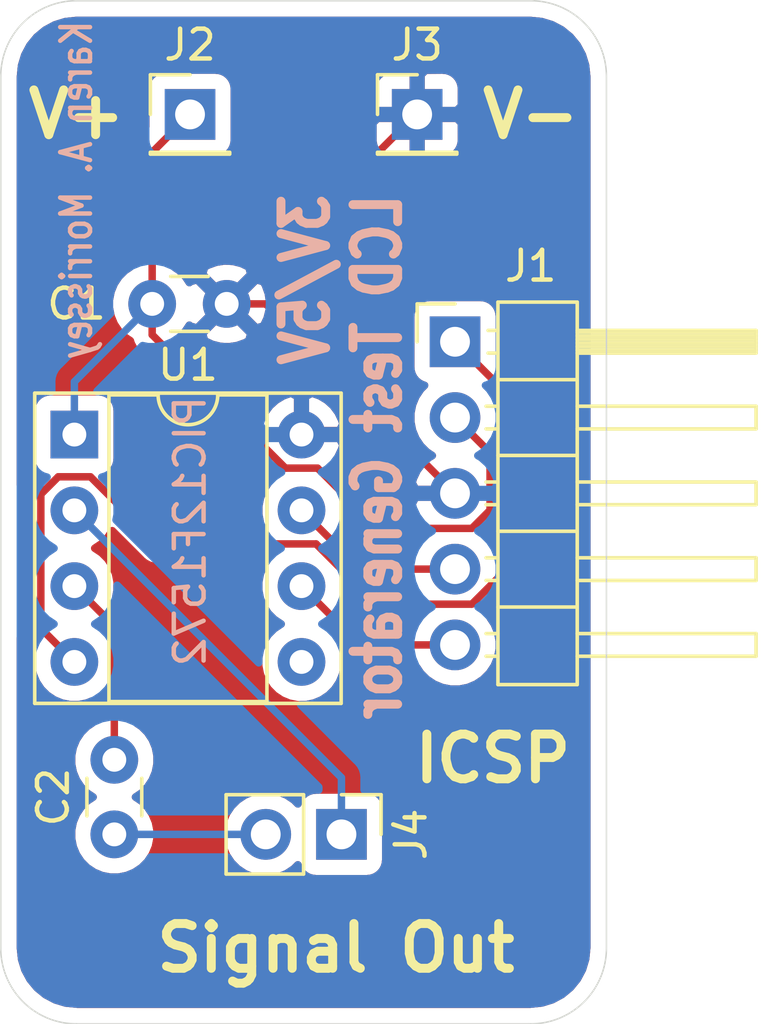
<source format=kicad_pcb>
(kicad_pcb (version 20171130) (host pcbnew "(5.1.9)-1")

  (general
    (thickness 1.6)
    (drawings 15)
    (tracks 38)
    (zones 0)
    (modules 7)
    (nets 10)
  )

  (page A4)
  (layers
    (0 F.Cu signal)
    (31 B.Cu signal)
    (32 B.Adhes user hide)
    (33 F.Adhes user hide)
    (34 B.Paste user hide)
    (35 F.Paste user hide)
    (36 B.SilkS user hide)
    (37 F.SilkS user)
    (38 B.Mask user)
    (39 F.Mask user)
    (40 Dwgs.User user)
    (41 Cmts.User user)
    (42 Eco1.User user hide)
    (43 Eco2.User user hide)
    (44 Edge.Cuts user)
    (45 Margin user)
    (46 B.CrtYd user)
    (47 F.CrtYd user)
    (48 B.Fab user)
    (49 F.Fab user)
  )

  (setup
    (last_trace_width 0.25)
    (trace_clearance 0.2)
    (zone_clearance 0.508)
    (zone_45_only no)
    (trace_min 0.2)
    (via_size 0.8)
    (via_drill 0.4)
    (via_min_size 0.4)
    (via_min_drill 0.3)
    (uvia_size 0.3)
    (uvia_drill 0.1)
    (uvias_allowed no)
    (uvia_min_size 0.2)
    (uvia_min_drill 0.1)
    (edge_width 0.05)
    (segment_width 0.2)
    (pcb_text_width 0.3)
    (pcb_text_size 1.5 1.5)
    (mod_edge_width 0.12)
    (mod_text_size 1 1)
    (mod_text_width 0.15)
    (pad_size 1.6 1.6)
    (pad_drill 0.8)
    (pad_to_mask_clearance 0)
    (aux_axis_origin 0 0)
    (visible_elements FFFFFF7F)
    (pcbplotparams
      (layerselection 0x010fc_ffffffff)
      (usegerberextensions false)
      (usegerberattributes true)
      (usegerberadvancedattributes true)
      (creategerberjobfile true)
      (excludeedgelayer true)
      (linewidth 0.100000)
      (plotframeref false)
      (viasonmask false)
      (mode 1)
      (useauxorigin false)
      (hpglpennumber 1)
      (hpglpenspeed 20)
      (hpglpendiameter 15.000000)
      (psnegative false)
      (psa4output false)
      (plotreference true)
      (plotvalue true)
      (plotinvisibletext false)
      (padsonsilk false)
      (subtractmaskfromsilk false)
      (outputformat 1)
      (mirror false)
      (drillshape 0)
      (scaleselection 1)
      (outputdirectory ""))
  )

  (net 0 "")
  (net 1 VDD)
  (net 2 GND)
  (net 3 "Net-(C2-Pad2)")
  (net 4 "Net-(C2-Pad1)")
  (net 5 /ICSPCLK)
  (net 6 /ICSPDAT)
  (net 7 /VPP)
  (net 8 "Net-(U1-Pad5)")
  (net 9 "Net-(J4-Pad1)")

  (net_class Default "This is the default net class."
    (clearance 0.2)
    (trace_width 0.25)
    (via_dia 0.8)
    (via_drill 0.4)
    (uvia_dia 0.3)
    (uvia_drill 0.1)
    (add_net /ICSPCLK)
    (add_net /ICSPDAT)
    (add_net /VPP)
    (add_net GND)
    (add_net "Net-(C2-Pad1)")
    (add_net "Net-(C2-Pad2)")
    (add_net "Net-(J4-Pad1)")
    (add_net "Net-(U1-Pad5)")
    (add_net VDD)
  )

  (module Connector_PinHeader_2.54mm:PinHeader_1x02_P2.54mm_Vertical (layer F.Cu) (tedit 59FED5CC) (tstamp 60ACC202)
    (at 157.48 133.35 270)
    (descr "Through hole straight pin header, 1x02, 2.54mm pitch, single row")
    (tags "Through hole pin header THT 1x02 2.54mm single row")
    (path /60AC0D32)
    (fp_text reference J4 (at 0 -2.33 90) (layer F.SilkS)
      (effects (font (size 1 1) (thickness 0.15)))
    )
    (fp_text value "LCD Signal Out" (at 0 4.87 90) (layer F.Fab)
      (effects (font (size 1 1) (thickness 0.15)))
    )
    (fp_text user %R (at 0 1.27) (layer F.Fab)
      (effects (font (size 1 1) (thickness 0.15)))
    )
    (fp_line (start -0.635 -1.27) (end 1.27 -1.27) (layer F.Fab) (width 0.1))
    (fp_line (start 1.27 -1.27) (end 1.27 3.81) (layer F.Fab) (width 0.1))
    (fp_line (start 1.27 3.81) (end -1.27 3.81) (layer F.Fab) (width 0.1))
    (fp_line (start -1.27 3.81) (end -1.27 -0.635) (layer F.Fab) (width 0.1))
    (fp_line (start -1.27 -0.635) (end -0.635 -1.27) (layer F.Fab) (width 0.1))
    (fp_line (start -1.33 3.87) (end 1.33 3.87) (layer F.SilkS) (width 0.12))
    (fp_line (start -1.33 1.27) (end -1.33 3.87) (layer F.SilkS) (width 0.12))
    (fp_line (start 1.33 1.27) (end 1.33 3.87) (layer F.SilkS) (width 0.12))
    (fp_line (start -1.33 1.27) (end 1.33 1.27) (layer F.SilkS) (width 0.12))
    (fp_line (start -1.33 0) (end -1.33 -1.33) (layer F.SilkS) (width 0.12))
    (fp_line (start -1.33 -1.33) (end 0 -1.33) (layer F.SilkS) (width 0.12))
    (fp_line (start -1.8 -1.8) (end -1.8 4.35) (layer F.CrtYd) (width 0.05))
    (fp_line (start -1.8 4.35) (end 1.8 4.35) (layer F.CrtYd) (width 0.05))
    (fp_line (start 1.8 4.35) (end 1.8 -1.8) (layer F.CrtYd) (width 0.05))
    (fp_line (start 1.8 -1.8) (end -1.8 -1.8) (layer F.CrtYd) (width 0.05))
    (pad 2 thru_hole oval (at 0 2.54 270) (size 1.7 1.7) (drill 1) (layers *.Cu *.Mask)
      (net 4 "Net-(C2-Pad1)"))
    (pad 1 thru_hole rect (at 0 0 270) (size 1.7 1.7) (drill 1) (layers *.Cu *.Mask)
      (net 9 "Net-(J4-Pad1)"))
    (model ${KISYS3DMOD}/Connector_PinHeader_2.54mm.3dshapes/PinHeader_1x02_P2.54mm_Vertical.wrl
      (at (xyz 0 0 0))
      (scale (xyz 1 1 1))
      (rotate (xyz 0 0 0))
    )
  )

  (module Package_DIP:DIP-8_W7.62mm_Socket (layer F.Cu) (tedit 60AC3624) (tstamp 60ACC226)
    (at 148.52 119.95)
    (descr "8-lead though-hole mounted DIP package, row spacing 7.62 mm (300 mils), Socket")
    (tags "THT DIP DIL PDIP 2.54mm 7.62mm 300mil Socket")
    (path /60ACF260)
    (fp_text reference U1 (at 3.81 -2.33) (layer F.SilkS)
      (effects (font (size 1 1) (thickness 0.15)))
    )
    (fp_text value PIC12F1572-IP (at 3.81 9.95) (layer F.Fab)
      (effects (font (size 1 1) (thickness 0.15)))
    )
    (fp_text user %R (at 3.81 3.81) (layer F.Fab)
      (effects (font (size 1 1) (thickness 0.15)))
    )
    (fp_arc (start 3.81 -1.33) (end 2.81 -1.33) (angle -180) (layer F.SilkS) (width 0.12))
    (fp_line (start 1.635 -1.27) (end 6.985 -1.27) (layer F.Fab) (width 0.1))
    (fp_line (start 6.985 -1.27) (end 6.985 8.89) (layer F.Fab) (width 0.1))
    (fp_line (start 6.985 8.89) (end 0.635 8.89) (layer F.Fab) (width 0.1))
    (fp_line (start 0.635 8.89) (end 0.635 -0.27) (layer F.Fab) (width 0.1))
    (fp_line (start 0.635 -0.27) (end 1.635 -1.27) (layer F.Fab) (width 0.1))
    (fp_line (start -1.27 -1.33) (end -1.27 8.95) (layer F.Fab) (width 0.1))
    (fp_line (start -1.27 8.95) (end 8.89 8.95) (layer F.Fab) (width 0.1))
    (fp_line (start 8.89 8.95) (end 8.89 -1.33) (layer F.Fab) (width 0.1))
    (fp_line (start 8.89 -1.33) (end -1.27 -1.33) (layer F.Fab) (width 0.1))
    (fp_line (start 2.81 -1.33) (end 1.16 -1.33) (layer F.SilkS) (width 0.12))
    (fp_line (start 1.16 -1.33) (end 1.16 8.95) (layer F.SilkS) (width 0.12))
    (fp_line (start 1.16 8.95) (end 6.46 8.95) (layer F.SilkS) (width 0.12))
    (fp_line (start 6.46 8.95) (end 6.46 -1.33) (layer F.SilkS) (width 0.12))
    (fp_line (start 6.46 -1.33) (end 4.81 -1.33) (layer F.SilkS) (width 0.12))
    (fp_line (start -1.33 -1.39) (end -1.33 9.01) (layer F.SilkS) (width 0.12))
    (fp_line (start -1.33 9.01) (end 8.95 9.01) (layer F.SilkS) (width 0.12))
    (fp_line (start 8.95 9.01) (end 8.95 -1.39) (layer F.SilkS) (width 0.12))
    (fp_line (start 8.95 -1.39) (end -1.33 -1.39) (layer F.SilkS) (width 0.12))
    (fp_line (start -1.55 -1.6) (end -1.55 9.2) (layer F.CrtYd) (width 0.05))
    (fp_line (start -1.55 9.2) (end 9.15 9.2) (layer F.CrtYd) (width 0.05))
    (fp_line (start 9.15 9.2) (end 9.15 -1.6) (layer F.CrtYd) (width 0.05))
    (fp_line (start 9.15 -1.6) (end -1.55 -1.6) (layer F.CrtYd) (width 0.05))
    (pad 8 thru_hole oval (at 7.62 0) (size 1.6 1.6) (drill 0.8) (layers *.Cu *.Mask)
      (net 2 GND))
    (pad 4 thru_hole oval (at 0 7.62) (size 1.6 1.6) (drill 0.8) (layers *.Cu *.Mask)
      (net 7 /VPP))
    (pad 7 thru_hole oval (at 7.62 2.54) (size 1.6 1.6) (drill 0.8) (layers *.Cu *.Mask)
      (net 6 /ICSPDAT))
    (pad 3 thru_hole oval (at 0 5.08) (size 1.6 1.6) (drill 0.8) (layers *.Cu *.Mask)
      (net 3 "Net-(C2-Pad2)"))
    (pad 6 thru_hole oval (at 7.62 5.08) (size 1.6 1.6) (drill 0.8) (layers *.Cu *.Mask)
      (net 5 /ICSPCLK))
    (pad 2 thru_hole oval (at 0 2.54) (size 1.6 1.6) (drill 0.8) (layers *.Cu *.Mask)
      (net 9 "Net-(J4-Pad1)"))
    (pad 5 thru_hole oval (at 7.62 7.62) (size 1.6 1.6) (drill 0.8) (layers *.Cu *.Mask)
      (net 8 "Net-(U1-Pad5)"))
    (pad 1 thru_hole rect (at 0 0) (size 1.6 1.6) (drill 0.8) (layers *.Cu *.Mask)
      (net 1 VDD))
    (model ${KISYS3DMOD}/Package_DIP.3dshapes/DIP-8_W7.62mm_Socket.wrl
      (at (xyz 0 0 0))
      (scale (xyz 1 1 1))
      (rotate (xyz 0 0 0))
    )
  )

  (module Connector_PinHeader_2.54mm:PinHeader_1x01_P2.54mm_Vertical (layer F.Cu) (tedit 59FED5CC) (tstamp 60ACC1CF)
    (at 160.02 109.22)
    (descr "Through hole straight pin header, 1x01, 2.54mm pitch, single row")
    (tags "Through hole pin header THT 1x01 2.54mm single row")
    (path /60AC42ED)
    (fp_text reference J3 (at 0 -2.33) (layer F.SilkS)
      (effects (font (size 1 1) (thickness 0.15)))
    )
    (fp_text value V- (at 0 2.33) (layer F.Fab)
      (effects (font (size 1 1) (thickness 0.15)))
    )
    (fp_text user %R (at 0 0 90) (layer F.Fab)
      (effects (font (size 1 1) (thickness 0.15)))
    )
    (fp_line (start -0.635 -1.27) (end 1.27 -1.27) (layer F.Fab) (width 0.1))
    (fp_line (start 1.27 -1.27) (end 1.27 1.27) (layer F.Fab) (width 0.1))
    (fp_line (start 1.27 1.27) (end -1.27 1.27) (layer F.Fab) (width 0.1))
    (fp_line (start -1.27 1.27) (end -1.27 -0.635) (layer F.Fab) (width 0.1))
    (fp_line (start -1.27 -0.635) (end -0.635 -1.27) (layer F.Fab) (width 0.1))
    (fp_line (start -1.33 1.33) (end 1.33 1.33) (layer F.SilkS) (width 0.12))
    (fp_line (start -1.33 1.27) (end -1.33 1.33) (layer F.SilkS) (width 0.12))
    (fp_line (start 1.33 1.27) (end 1.33 1.33) (layer F.SilkS) (width 0.12))
    (fp_line (start -1.33 1.27) (end 1.33 1.27) (layer F.SilkS) (width 0.12))
    (fp_line (start -1.33 0) (end -1.33 -1.33) (layer F.SilkS) (width 0.12))
    (fp_line (start -1.33 -1.33) (end 0 -1.33) (layer F.SilkS) (width 0.12))
    (fp_line (start -1.8 -1.8) (end -1.8 1.8) (layer F.CrtYd) (width 0.05))
    (fp_line (start -1.8 1.8) (end 1.8 1.8) (layer F.CrtYd) (width 0.05))
    (fp_line (start 1.8 1.8) (end 1.8 -1.8) (layer F.CrtYd) (width 0.05))
    (fp_line (start 1.8 -1.8) (end -1.8 -1.8) (layer F.CrtYd) (width 0.05))
    (pad 1 thru_hole rect (at 0 0) (size 1.7 1.7) (drill 1) (layers *.Cu *.Mask)
      (net 2 GND))
    (model ${KISYS3DMOD}/Connector_PinHeader_2.54mm.3dshapes/PinHeader_1x01_P2.54mm_Vertical.wrl
      (at (xyz 0 0 0))
      (scale (xyz 1 1 1))
      (rotate (xyz 0 0 0))
    )
  )

  (module Connector_PinHeader_2.54mm:PinHeader_1x01_P2.54mm_Vertical (layer F.Cu) (tedit 59FED5CC) (tstamp 60ACC1BA)
    (at 152.4 109.22)
    (descr "Through hole straight pin header, 1x01, 2.54mm pitch, single row")
    (tags "Through hole pin header THT 1x01 2.54mm single row")
    (path /60AC3DE1)
    (fp_text reference J2 (at 0 -2.33) (layer F.SilkS)
      (effects (font (size 1 1) (thickness 0.15)))
    )
    (fp_text value V+ (at 0 2.33) (layer F.Fab)
      (effects (font (size 1 1) (thickness 0.15)))
    )
    (fp_text user %R (at 0 0 90) (layer F.Fab)
      (effects (font (size 1 1) (thickness 0.15)))
    )
    (fp_line (start -0.635 -1.27) (end 1.27 -1.27) (layer F.Fab) (width 0.1))
    (fp_line (start 1.27 -1.27) (end 1.27 1.27) (layer F.Fab) (width 0.1))
    (fp_line (start 1.27 1.27) (end -1.27 1.27) (layer F.Fab) (width 0.1))
    (fp_line (start -1.27 1.27) (end -1.27 -0.635) (layer F.Fab) (width 0.1))
    (fp_line (start -1.27 -0.635) (end -0.635 -1.27) (layer F.Fab) (width 0.1))
    (fp_line (start -1.33 1.33) (end 1.33 1.33) (layer F.SilkS) (width 0.12))
    (fp_line (start -1.33 1.27) (end -1.33 1.33) (layer F.SilkS) (width 0.12))
    (fp_line (start 1.33 1.27) (end 1.33 1.33) (layer F.SilkS) (width 0.12))
    (fp_line (start -1.33 1.27) (end 1.33 1.27) (layer F.SilkS) (width 0.12))
    (fp_line (start -1.33 0) (end -1.33 -1.33) (layer F.SilkS) (width 0.12))
    (fp_line (start -1.33 -1.33) (end 0 -1.33) (layer F.SilkS) (width 0.12))
    (fp_line (start -1.8 -1.8) (end -1.8 1.8) (layer F.CrtYd) (width 0.05))
    (fp_line (start -1.8 1.8) (end 1.8 1.8) (layer F.CrtYd) (width 0.05))
    (fp_line (start 1.8 1.8) (end 1.8 -1.8) (layer F.CrtYd) (width 0.05))
    (fp_line (start 1.8 -1.8) (end -1.8 -1.8) (layer F.CrtYd) (width 0.05))
    (pad 1 thru_hole rect (at 0 0) (size 1.7 1.7) (drill 1) (layers *.Cu *.Mask)
      (net 1 VDD))
    (model ${KISYS3DMOD}/Connector_PinHeader_2.54mm.3dshapes/PinHeader_1x01_P2.54mm_Vertical.wrl
      (at (xyz 0 0 0))
      (scale (xyz 1 1 1))
      (rotate (xyz 0 0 0))
    )
  )

  (module Connector_PinHeader_2.54mm:PinHeader_1x05_P2.54mm_Horizontal (layer F.Cu) (tedit 59FED5CB) (tstamp 60ACC1A5)
    (at 161.29 116.84)
    (descr "Through hole angled pin header, 1x05, 2.54mm pitch, 6mm pin length, single row")
    (tags "Through hole angled pin header THT 1x05 2.54mm single row")
    (path /60AC23D3)
    (fp_text reference J1 (at 2.54 -2.54) (layer F.SilkS)
      (effects (font (size 1 1) (thickness 0.15)))
    )
    (fp_text value ICSP (at 2.54 12.43) (layer F.Fab)
      (effects (font (size 1 1) (thickness 0.15)))
    )
    (fp_text user %R (at 2.77 5.08 90) (layer F.Fab)
      (effects (font (size 1 1) (thickness 0.15)))
    )
    (fp_line (start 2.135 -1.27) (end 4.04 -1.27) (layer F.Fab) (width 0.1))
    (fp_line (start 4.04 -1.27) (end 4.04 11.43) (layer F.Fab) (width 0.1))
    (fp_line (start 4.04 11.43) (end 1.5 11.43) (layer F.Fab) (width 0.1))
    (fp_line (start 1.5 11.43) (end 1.5 -0.635) (layer F.Fab) (width 0.1))
    (fp_line (start 1.5 -0.635) (end 2.135 -1.27) (layer F.Fab) (width 0.1))
    (fp_line (start -0.32 -0.32) (end 1.5 -0.32) (layer F.Fab) (width 0.1))
    (fp_line (start -0.32 -0.32) (end -0.32 0.32) (layer F.Fab) (width 0.1))
    (fp_line (start -0.32 0.32) (end 1.5 0.32) (layer F.Fab) (width 0.1))
    (fp_line (start 4.04 -0.32) (end 10.04 -0.32) (layer F.Fab) (width 0.1))
    (fp_line (start 10.04 -0.32) (end 10.04 0.32) (layer F.Fab) (width 0.1))
    (fp_line (start 4.04 0.32) (end 10.04 0.32) (layer F.Fab) (width 0.1))
    (fp_line (start -0.32 2.22) (end 1.5 2.22) (layer F.Fab) (width 0.1))
    (fp_line (start -0.32 2.22) (end -0.32 2.86) (layer F.Fab) (width 0.1))
    (fp_line (start -0.32 2.86) (end 1.5 2.86) (layer F.Fab) (width 0.1))
    (fp_line (start 4.04 2.22) (end 10.04 2.22) (layer F.Fab) (width 0.1))
    (fp_line (start 10.04 2.22) (end 10.04 2.86) (layer F.Fab) (width 0.1))
    (fp_line (start 4.04 2.86) (end 10.04 2.86) (layer F.Fab) (width 0.1))
    (fp_line (start -0.32 4.76) (end 1.5 4.76) (layer F.Fab) (width 0.1))
    (fp_line (start -0.32 4.76) (end -0.32 5.4) (layer F.Fab) (width 0.1))
    (fp_line (start -0.32 5.4) (end 1.5 5.4) (layer F.Fab) (width 0.1))
    (fp_line (start 4.04 4.76) (end 10.04 4.76) (layer F.Fab) (width 0.1))
    (fp_line (start 10.04 4.76) (end 10.04 5.4) (layer F.Fab) (width 0.1))
    (fp_line (start 4.04 5.4) (end 10.04 5.4) (layer F.Fab) (width 0.1))
    (fp_line (start -0.32 7.3) (end 1.5 7.3) (layer F.Fab) (width 0.1))
    (fp_line (start -0.32 7.3) (end -0.32 7.94) (layer F.Fab) (width 0.1))
    (fp_line (start -0.32 7.94) (end 1.5 7.94) (layer F.Fab) (width 0.1))
    (fp_line (start 4.04 7.3) (end 10.04 7.3) (layer F.Fab) (width 0.1))
    (fp_line (start 10.04 7.3) (end 10.04 7.94) (layer F.Fab) (width 0.1))
    (fp_line (start 4.04 7.94) (end 10.04 7.94) (layer F.Fab) (width 0.1))
    (fp_line (start -0.32 9.84) (end 1.5 9.84) (layer F.Fab) (width 0.1))
    (fp_line (start -0.32 9.84) (end -0.32 10.48) (layer F.Fab) (width 0.1))
    (fp_line (start -0.32 10.48) (end 1.5 10.48) (layer F.Fab) (width 0.1))
    (fp_line (start 4.04 9.84) (end 10.04 9.84) (layer F.Fab) (width 0.1))
    (fp_line (start 10.04 9.84) (end 10.04 10.48) (layer F.Fab) (width 0.1))
    (fp_line (start 4.04 10.48) (end 10.04 10.48) (layer F.Fab) (width 0.1))
    (fp_line (start 1.44 -1.33) (end 1.44 11.49) (layer F.SilkS) (width 0.12))
    (fp_line (start 1.44 11.49) (end 4.1 11.49) (layer F.SilkS) (width 0.12))
    (fp_line (start 4.1 11.49) (end 4.1 -1.33) (layer F.SilkS) (width 0.12))
    (fp_line (start 4.1 -1.33) (end 1.44 -1.33) (layer F.SilkS) (width 0.12))
    (fp_line (start 4.1 -0.38) (end 10.1 -0.38) (layer F.SilkS) (width 0.12))
    (fp_line (start 10.1 -0.38) (end 10.1 0.38) (layer F.SilkS) (width 0.12))
    (fp_line (start 10.1 0.38) (end 4.1 0.38) (layer F.SilkS) (width 0.12))
    (fp_line (start 4.1 -0.32) (end 10.1 -0.32) (layer F.SilkS) (width 0.12))
    (fp_line (start 4.1 -0.2) (end 10.1 -0.2) (layer F.SilkS) (width 0.12))
    (fp_line (start 4.1 -0.08) (end 10.1 -0.08) (layer F.SilkS) (width 0.12))
    (fp_line (start 4.1 0.04) (end 10.1 0.04) (layer F.SilkS) (width 0.12))
    (fp_line (start 4.1 0.16) (end 10.1 0.16) (layer F.SilkS) (width 0.12))
    (fp_line (start 4.1 0.28) (end 10.1 0.28) (layer F.SilkS) (width 0.12))
    (fp_line (start 1.11 -0.38) (end 1.44 -0.38) (layer F.SilkS) (width 0.12))
    (fp_line (start 1.11 0.38) (end 1.44 0.38) (layer F.SilkS) (width 0.12))
    (fp_line (start 1.44 1.27) (end 4.1 1.27) (layer F.SilkS) (width 0.12))
    (fp_line (start 4.1 2.16) (end 10.1 2.16) (layer F.SilkS) (width 0.12))
    (fp_line (start 10.1 2.16) (end 10.1 2.92) (layer F.SilkS) (width 0.12))
    (fp_line (start 10.1 2.92) (end 4.1 2.92) (layer F.SilkS) (width 0.12))
    (fp_line (start 1.042929 2.16) (end 1.44 2.16) (layer F.SilkS) (width 0.12))
    (fp_line (start 1.042929 2.92) (end 1.44 2.92) (layer F.SilkS) (width 0.12))
    (fp_line (start 1.44 3.81) (end 4.1 3.81) (layer F.SilkS) (width 0.12))
    (fp_line (start 4.1 4.7) (end 10.1 4.7) (layer F.SilkS) (width 0.12))
    (fp_line (start 10.1 4.7) (end 10.1 5.46) (layer F.SilkS) (width 0.12))
    (fp_line (start 10.1 5.46) (end 4.1 5.46) (layer F.SilkS) (width 0.12))
    (fp_line (start 1.042929 4.7) (end 1.44 4.7) (layer F.SilkS) (width 0.12))
    (fp_line (start 1.042929 5.46) (end 1.44 5.46) (layer F.SilkS) (width 0.12))
    (fp_line (start 1.44 6.35) (end 4.1 6.35) (layer F.SilkS) (width 0.12))
    (fp_line (start 4.1 7.24) (end 10.1 7.24) (layer F.SilkS) (width 0.12))
    (fp_line (start 10.1 7.24) (end 10.1 8) (layer F.SilkS) (width 0.12))
    (fp_line (start 10.1 8) (end 4.1 8) (layer F.SilkS) (width 0.12))
    (fp_line (start 1.042929 7.24) (end 1.44 7.24) (layer F.SilkS) (width 0.12))
    (fp_line (start 1.042929 8) (end 1.44 8) (layer F.SilkS) (width 0.12))
    (fp_line (start 1.44 8.89) (end 4.1 8.89) (layer F.SilkS) (width 0.12))
    (fp_line (start 4.1 9.78) (end 10.1 9.78) (layer F.SilkS) (width 0.12))
    (fp_line (start 10.1 9.78) (end 10.1 10.54) (layer F.SilkS) (width 0.12))
    (fp_line (start 10.1 10.54) (end 4.1 10.54) (layer F.SilkS) (width 0.12))
    (fp_line (start 1.042929 9.78) (end 1.44 9.78) (layer F.SilkS) (width 0.12))
    (fp_line (start 1.042929 10.54) (end 1.44 10.54) (layer F.SilkS) (width 0.12))
    (fp_line (start -1.27 0) (end -1.27 -1.27) (layer F.SilkS) (width 0.12))
    (fp_line (start -1.27 -1.27) (end 0 -1.27) (layer F.SilkS) (width 0.12))
    (fp_line (start -1.8 -1.8) (end -1.8 11.95) (layer F.CrtYd) (width 0.05))
    (fp_line (start -1.8 11.95) (end 10.55 11.95) (layer F.CrtYd) (width 0.05))
    (fp_line (start 10.55 11.95) (end 10.55 -1.8) (layer F.CrtYd) (width 0.05))
    (fp_line (start 10.55 -1.8) (end -1.8 -1.8) (layer F.CrtYd) (width 0.05))
    (pad 5 thru_hole oval (at 0 10.16) (size 1.7 1.7) (drill 1) (layers *.Cu *.Mask)
      (net 5 /ICSPCLK))
    (pad 4 thru_hole oval (at 0 7.62) (size 1.7 1.7) (drill 1) (layers *.Cu *.Mask)
      (net 6 /ICSPDAT))
    (pad 3 thru_hole oval (at 0 5.08) (size 1.7 1.7) (drill 1) (layers *.Cu *.Mask)
      (net 2 GND))
    (pad 2 thru_hole oval (at 0 2.54) (size 1.7 1.7) (drill 1) (layers *.Cu *.Mask)
      (net 1 VDD))
    (pad 1 thru_hole rect (at 0 0) (size 1.7 1.7) (drill 1) (layers *.Cu *.Mask)
      (net 7 /VPP))
    (model ${KISYS3DMOD}/Connector_PinHeader_2.54mm.3dshapes/PinHeader_1x05_P2.54mm_Horizontal.wrl
      (at (xyz 0 0 0))
      (scale (xyz 1 1 1))
      (rotate (xyz 0 0 0))
    )
  )

  (module Capacitor_THT:C_Disc_D3.0mm_W1.6mm_P2.50mm (layer F.Cu) (tedit 5AE50EF0) (tstamp 60ACC14B)
    (at 149.86 133.35 90)
    (descr "C, Disc series, Radial, pin pitch=2.50mm, , diameter*width=3.0*1.6mm^2, Capacitor, http://www.vishay.com/docs/45233/krseries.pdf")
    (tags "C Disc series Radial pin pitch 2.50mm  diameter 3.0mm width 1.6mm Capacitor")
    (path /60AC440B)
    (fp_text reference C2 (at 1.25 -2.05 90) (layer F.SilkS)
      (effects (font (size 1 1) (thickness 0.15)))
    )
    (fp_text value 0.1uF (at 1.25 2.05 90) (layer F.Fab)
      (effects (font (size 1 1) (thickness 0.15)))
    )
    (fp_text user %R (at 1.25 0 90) (layer F.Fab)
      (effects (font (size 0.6 0.6) (thickness 0.09)))
    )
    (fp_line (start -0.25 -0.8) (end -0.25 0.8) (layer F.Fab) (width 0.1))
    (fp_line (start -0.25 0.8) (end 2.75 0.8) (layer F.Fab) (width 0.1))
    (fp_line (start 2.75 0.8) (end 2.75 -0.8) (layer F.Fab) (width 0.1))
    (fp_line (start 2.75 -0.8) (end -0.25 -0.8) (layer F.Fab) (width 0.1))
    (fp_line (start 0.621 -0.92) (end 1.879 -0.92) (layer F.SilkS) (width 0.12))
    (fp_line (start 0.621 0.92) (end 1.879 0.92) (layer F.SilkS) (width 0.12))
    (fp_line (start -1.05 -1.05) (end -1.05 1.05) (layer F.CrtYd) (width 0.05))
    (fp_line (start -1.05 1.05) (end 3.55 1.05) (layer F.CrtYd) (width 0.05))
    (fp_line (start 3.55 1.05) (end 3.55 -1.05) (layer F.CrtYd) (width 0.05))
    (fp_line (start 3.55 -1.05) (end -1.05 -1.05) (layer F.CrtYd) (width 0.05))
    (pad 2 thru_hole circle (at 2.5 0 90) (size 1.6 1.6) (drill 0.8) (layers *.Cu *.Mask)
      (net 3 "Net-(C2-Pad2)"))
    (pad 1 thru_hole circle (at 0 0 90) (size 1.6 1.6) (drill 0.8) (layers *.Cu *.Mask)
      (net 4 "Net-(C2-Pad1)"))
    (model ${KISYS3DMOD}/Capacitor_THT.3dshapes/C_Disc_D3.0mm_W1.6mm_P2.50mm.wrl
      (at (xyz 0 0 0))
      (scale (xyz 1 1 1))
      (rotate (xyz 0 0 0))
    )
  )

  (module Capacitor_THT:C_Disc_D3.0mm_W1.6mm_P2.50mm (layer F.Cu) (tedit 5AE50EF0) (tstamp 60ACC13A)
    (at 153.63 115.57 180)
    (descr "C, Disc series, Radial, pin pitch=2.50mm, , diameter*width=3.0*1.6mm^2, Capacitor, http://www.vishay.com/docs/45233/krseries.pdf")
    (tags "C Disc series Radial pin pitch 2.50mm  diameter 3.0mm width 1.6mm Capacitor")
    (path /60AC045E)
    (fp_text reference C1 (at 5.04 0) (layer F.SilkS)
      (effects (font (size 1 1) (thickness 0.15)))
    )
    (fp_text value 0.1uF (at 1.25 2.05) (layer F.Fab)
      (effects (font (size 1 1) (thickness 0.15)))
    )
    (fp_text user %R (at 1.25 0) (layer F.Fab)
      (effects (font (size 0.6 0.6) (thickness 0.09)))
    )
    (fp_line (start -0.25 -0.8) (end -0.25 0.8) (layer F.Fab) (width 0.1))
    (fp_line (start -0.25 0.8) (end 2.75 0.8) (layer F.Fab) (width 0.1))
    (fp_line (start 2.75 0.8) (end 2.75 -0.8) (layer F.Fab) (width 0.1))
    (fp_line (start 2.75 -0.8) (end -0.25 -0.8) (layer F.Fab) (width 0.1))
    (fp_line (start 0.621 -0.92) (end 1.879 -0.92) (layer F.SilkS) (width 0.12))
    (fp_line (start 0.621 0.92) (end 1.879 0.92) (layer F.SilkS) (width 0.12))
    (fp_line (start -1.05 -1.05) (end -1.05 1.05) (layer F.CrtYd) (width 0.05))
    (fp_line (start -1.05 1.05) (end 3.55 1.05) (layer F.CrtYd) (width 0.05))
    (fp_line (start 3.55 1.05) (end 3.55 -1.05) (layer F.CrtYd) (width 0.05))
    (fp_line (start 3.55 -1.05) (end -1.05 -1.05) (layer F.CrtYd) (width 0.05))
    (pad 2 thru_hole circle (at 2.5 0 180) (size 1.6 1.6) (drill 0.8) (layers *.Cu *.Mask)
      (net 1 VDD))
    (pad 1 thru_hole circle (at 0 0 180) (size 1.6 1.6) (drill 0.8) (layers *.Cu *.Mask)
      (net 2 GND))
    (model ${KISYS3DMOD}/Capacitor_THT.3dshapes/C_Disc_D3.0mm_W1.6mm_P2.50mm.wrl
      (at (xyz 0 0 0))
      (scale (xyz 1 1 1))
      (rotate (xyz 0 0 0))
    )
  )

  (gr_text "Karen A. Morrissey" (at 148.59 111.76 90) (layer B.SilkS)
    (effects (font (size 1 0.8) (thickness 0.15)) (justify mirror))
  )
  (gr_text PIC12F1572 (at 152.4 123.19 90) (layer B.SilkS)
    (effects (font (size 1 1) (thickness 0.15)) (justify mirror))
  )
  (gr_text "3V/5V\nLCD Test Generator" (at 157.48 111.76 90) (layer B.SilkS)
    (effects (font (size 1.5 1.2) (thickness 0.3)) (justify left mirror))
  )
  (gr_line (start 146.05 137.16) (end 146.05 107.95) (layer Edge.Cuts) (width 0.05) (tstamp 60ACCE02))
  (gr_line (start 163.83 139.7) (end 148.59 139.7) (layer Edge.Cuts) (width 0.05) (tstamp 60ACCE01))
  (gr_line (start 166.37 107.95) (end 166.37 137.16) (layer Edge.Cuts) (width 0.05) (tstamp 60ACCE00))
  (gr_line (start 148.59 105.41) (end 163.83 105.41) (layer Edge.Cuts) (width 0.05) (tstamp 60ACCDFF))
  (gr_arc (start 148.59 107.95) (end 148.59 105.41) (angle -90) (layer Edge.Cuts) (width 0.05) (tstamp 60ACCDC5))
  (gr_arc (start 148.59 137.16) (end 146.05 137.16) (angle -90) (layer Edge.Cuts) (width 0.05) (tstamp 60ACCDC0))
  (gr_arc (start 163.83 137.16) (end 163.83 139.7) (angle -90) (layer Edge.Cuts) (width 0.05) (tstamp 60ACCDBB))
  (gr_arc (start 163.83 107.95) (end 166.37 107.95) (angle -90) (layer Edge.Cuts) (width 0.05))
  (gr_text "Signal Out" (at 151.13 137.16) (layer F.SilkS)
    (effects (font (size 1.5 1.5) (thickness 0.3)) (justify left))
  )
  (gr_text ICSP (at 162.56 130.81) (layer F.SilkS)
    (effects (font (size 1.5 1.5) (thickness 0.3)))
  )
  (gr_text V- (at 163.83 109.22) (layer F.SilkS)
    (effects (font (size 1.5 1.5) (thickness 0.3)))
  )
  (gr_text V+ (at 148.59 109.22) (layer F.SilkS)
    (effects (font (size 1.5 1.5) (thickness 0.3)))
  )

  (segment (start 151.13 116.605002) (end 151.13 115.57) (width 0.25) (layer F.Cu) (net 1))
  (segment (start 155.599999 121.075001) (end 151.13 116.605002) (width 0.25) (layer F.Cu) (net 1))
  (segment (start 156.680001 121.075001) (end 155.599999 121.075001) (width 0.25) (layer F.Cu) (net 1))
  (segment (start 158.700001 123.095001) (end 156.680001 121.075001) (width 0.25) (layer F.Cu) (net 1))
  (segment (start 161.854001 123.095001) (end 158.700001 123.095001) (width 0.25) (layer F.Cu) (net 1))
  (segment (start 162.465001 122.484001) (end 161.854001 123.095001) (width 0.25) (layer F.Cu) (net 1))
  (segment (start 162.465001 120.555001) (end 162.465001 122.484001) (width 0.25) (layer F.Cu) (net 1))
  (segment (start 161.29 119.38) (end 162.465001 120.555001) (width 0.25) (layer F.Cu) (net 1))
  (segment (start 151.13 110.49) (end 152.4 109.22) (width 0.25) (layer F.Cu) (net 1))
  (segment (start 151.13 115.57) (end 151.13 110.49) (width 0.25) (layer F.Cu) (net 1))
  (segment (start 148.52 118.18) (end 151.13 115.57) (width 0.25) (layer B.Cu) (net 1))
  (segment (start 148.52 119.95) (end 148.52 118.18) (width 0.25) (layer B.Cu) (net 1))
  (segment (start 156.14 118.08) (end 153.63 115.57) (width 0.25) (layer F.Cu) (net 2))
  (segment (start 156.14 119.95) (end 156.14 118.08) (width 0.25) (layer F.Cu) (net 2))
  (segment (start 159.98 109.22) (end 160.02 109.22) (width 0.25) (layer F.Cu) (net 2))
  (segment (start 153.63 115.57) (end 159.98 109.22) (width 0.25) (layer F.Cu) (net 2))
  (segment (start 154.94 115.57) (end 161.29 121.92) (width 0.25) (layer F.Cu) (net 2))
  (segment (start 153.63 115.57) (end 154.94 115.57) (width 0.25) (layer F.Cu) (net 2))
  (segment (start 149.86 126.37) (end 148.52 125.03) (width 0.25) (layer F.Cu) (net 3))
  (segment (start 149.86 130.85) (end 149.86 126.37) (width 0.25) (layer F.Cu) (net 3))
  (segment (start 149.86 133.35) (end 154.94 133.35) (width 0.25) (layer B.Cu) (net 4))
  (segment (start 158.11 127) (end 156.14 125.03) (width 0.25) (layer F.Cu) (net 5))
  (segment (start 161.29 127) (end 158.11 127) (width 0.25) (layer F.Cu) (net 5))
  (segment (start 158.11 124.46) (end 156.14 122.49) (width 0.25) (layer F.Cu) (net 6))
  (segment (start 161.29 124.46) (end 158.11 124.46) (width 0.25) (layer F.Cu) (net 6))
  (segment (start 147.394999 126.444999) (end 148.52 127.57) (width 0.25) (layer F.Cu) (net 7))
  (segment (start 147.394999 121.949999) (end 147.394999 126.444999) (width 0.25) (layer F.Cu) (net 7))
  (segment (start 149.060001 121.364999) (end 147.979999 121.364999) (width 0.25) (layer F.Cu) (net 7))
  (segment (start 151.310003 123.615001) (end 149.060001 121.364999) (width 0.25) (layer F.Cu) (net 7))
  (segment (start 147.979999 121.364999) (end 147.394999 121.949999) (width 0.25) (layer F.Cu) (net 7))
  (segment (start 156.628591 123.615001) (end 151.310003 123.615001) (width 0.25) (layer F.Cu) (net 7))
  (segment (start 158.648591 125.635001) (end 156.628591 123.615001) (width 0.25) (layer F.Cu) (net 7))
  (segment (start 161.854001 125.635001) (end 158.648591 125.635001) (width 0.25) (layer F.Cu) (net 7))
  (segment (start 162.91501 124.573992) (end 161.854001 125.635001) (width 0.25) (layer F.Cu) (net 7))
  (segment (start 162.91501 118.46501) (end 162.91501 124.573992) (width 0.25) (layer F.Cu) (net 7))
  (segment (start 161.29 116.84) (end 162.91501 118.46501) (width 0.25) (layer F.Cu) (net 7))
  (segment (start 157.48 131.45) (end 148.52 122.49) (width 0.25) (layer B.Cu) (net 9))
  (segment (start 157.48 133.35) (end 157.48 131.45) (width 0.25) (layer B.Cu) (net 9))

  (zone (net 2) (net_name GND) (layer F.Cu) (tstamp 0) (hatch edge 0.508)
    (connect_pads (clearance 0.508))
    (min_thickness 0.254)
    (fill yes (arc_segments 32) (thermal_gap 0.508) (thermal_bridge_width 0.508))
    (polygon
      (pts
        (xy 166.37 139.7) (xy 146.05 139.7) (xy 146.05 105.41) (xy 166.37 105.41)
      )
    )
    (filled_polygon
      (pts
        (xy 164.194545 106.108909) (xy 164.545208 106.21478) (xy 164.868625 106.386744) (xy 165.152484 106.618254) (xy 165.385965 106.900486)
        (xy 165.560183 107.222695) (xy 165.668502 107.572614) (xy 165.71 107.967443) (xy 165.710001 137.127711) (xy 165.671091 137.524545)
        (xy 165.56522 137.875206) (xy 165.393257 138.198623) (xy 165.161748 138.482482) (xy 164.879514 138.715965) (xy 164.557304 138.890184)
        (xy 164.207385 138.998502) (xy 163.812557 139.04) (xy 148.622279 139.04) (xy 148.225455 139.001091) (xy 147.874794 138.89522)
        (xy 147.551377 138.723257) (xy 147.267518 138.491748) (xy 147.034035 138.209514) (xy 146.859816 137.887304) (xy 146.751498 137.537385)
        (xy 146.71 137.142557) (xy 146.71 126.775685) (xy 146.760025 126.869275) (xy 146.812979 126.933799) (xy 146.854999 126.985)
        (xy 146.883997 127.008798) (xy 147.121312 127.246113) (xy 147.085 127.428665) (xy 147.085 127.711335) (xy 147.140147 127.988574)
        (xy 147.24832 128.249727) (xy 147.405363 128.484759) (xy 147.605241 128.684637) (xy 147.840273 128.84168) (xy 148.101426 128.949853)
        (xy 148.378665 129.005) (xy 148.661335 129.005) (xy 148.938574 128.949853) (xy 149.1 128.882988) (xy 149.1 129.631956)
        (xy 148.945241 129.735363) (xy 148.745363 129.935241) (xy 148.58832 130.170273) (xy 148.480147 130.431426) (xy 148.425 130.708665)
        (xy 148.425 130.991335) (xy 148.480147 131.268574) (xy 148.58832 131.529727) (xy 148.745363 131.764759) (xy 148.945241 131.964637)
        (xy 149.147827 132.1) (xy 148.945241 132.235363) (xy 148.745363 132.435241) (xy 148.58832 132.670273) (xy 148.480147 132.931426)
        (xy 148.425 133.208665) (xy 148.425 133.491335) (xy 148.480147 133.768574) (xy 148.58832 134.029727) (xy 148.745363 134.264759)
        (xy 148.945241 134.464637) (xy 149.180273 134.62168) (xy 149.441426 134.729853) (xy 149.718665 134.785) (xy 150.001335 134.785)
        (xy 150.278574 134.729853) (xy 150.539727 134.62168) (xy 150.774759 134.464637) (xy 150.974637 134.264759) (xy 151.13168 134.029727)
        (xy 151.239853 133.768574) (xy 151.295 133.491335) (xy 151.295 133.208665) (xy 151.239853 132.931426) (xy 151.13168 132.670273)
        (xy 150.974637 132.435241) (xy 150.774759 132.235363) (xy 150.572173 132.1) (xy 150.774759 131.964637) (xy 150.974637 131.764759)
        (xy 151.13168 131.529727) (xy 151.239853 131.268574) (xy 151.295 130.991335) (xy 151.295 130.708665) (xy 151.239853 130.431426)
        (xy 151.13168 130.170273) (xy 150.974637 129.935241) (xy 150.774759 129.735363) (xy 150.62 129.631957) (xy 150.62 126.407322)
        (xy 150.623676 126.369999) (xy 150.62 126.332676) (xy 150.62 126.332667) (xy 150.609003 126.221014) (xy 150.565546 126.077753)
        (xy 150.494974 125.945724) (xy 150.400001 125.829999) (xy 150.371003 125.806201) (xy 149.918688 125.353886) (xy 149.955 125.171335)
        (xy 149.955 124.999801) (xy 156.720001 131.764803) (xy 156.720001 131.861928) (xy 156.63 131.861928) (xy 156.505518 131.874188)
        (xy 156.38582 131.910498) (xy 156.275506 131.969463) (xy 156.178815 132.048815) (xy 156.099463 132.145506) (xy 156.040498 132.25582)
        (xy 156.018487 132.32838) (xy 155.886632 132.196525) (xy 155.643411 132.03401) (xy 155.373158 131.922068) (xy 155.08626 131.865)
        (xy 154.79374 131.865) (xy 154.506842 131.922068) (xy 154.236589 132.03401) (xy 153.993368 132.196525) (xy 153.786525 132.403368)
        (xy 153.62401 132.646589) (xy 153.512068 132.916842) (xy 153.455 133.20374) (xy 153.455 133.49626) (xy 153.512068 133.783158)
        (xy 153.62401 134.053411) (xy 153.786525 134.296632) (xy 153.993368 134.503475) (xy 154.236589 134.66599) (xy 154.506842 134.777932)
        (xy 154.79374 134.835) (xy 155.08626 134.835) (xy 155.373158 134.777932) (xy 155.643411 134.66599) (xy 155.886632 134.503475)
        (xy 156.018487 134.37162) (xy 156.040498 134.44418) (xy 156.099463 134.554494) (xy 156.178815 134.651185) (xy 156.275506 134.730537)
        (xy 156.38582 134.789502) (xy 156.505518 134.825812) (xy 156.63 134.838072) (xy 158.33 134.838072) (xy 158.454482 134.825812)
        (xy 158.57418 134.789502) (xy 158.684494 134.730537) (xy 158.781185 134.651185) (xy 158.860537 134.554494) (xy 158.919502 134.44418)
        (xy 158.955812 134.324482) (xy 158.968072 134.2) (xy 158.968072 132.5) (xy 158.955812 132.375518) (xy 158.919502 132.25582)
        (xy 158.860537 132.145506) (xy 158.781185 132.048815) (xy 158.684494 131.969463) (xy 158.57418 131.910498) (xy 158.454482 131.874188)
        (xy 158.33 131.861928) (xy 158.24 131.861928) (xy 158.24 131.487333) (xy 158.243677 131.45) (xy 158.229003 131.301014)
        (xy 158.185546 131.157753) (xy 158.114974 131.025724) (xy 158.043799 130.938997) (xy 158.020001 130.909999) (xy 157.991003 130.886201)
        (xy 156.109802 129.005) (xy 156.281335 129.005) (xy 156.558574 128.949853) (xy 156.819727 128.84168) (xy 157.054759 128.684637)
        (xy 157.254637 128.484759) (xy 157.41168 128.249727) (xy 157.519853 127.988574) (xy 157.575 127.711335) (xy 157.575 127.544105)
        (xy 157.685724 127.634974) (xy 157.817753 127.705546) (xy 157.961014 127.749003) (xy 158.072667 127.76) (xy 158.072675 127.76)
        (xy 158.11 127.763676) (xy 158.147325 127.76) (xy 160.011822 127.76) (xy 160.136525 127.946632) (xy 160.343368 128.153475)
        (xy 160.586589 128.31599) (xy 160.856842 128.427932) (xy 161.14374 128.485) (xy 161.43626 128.485) (xy 161.723158 128.427932)
        (xy 161.993411 128.31599) (xy 162.236632 128.153475) (xy 162.443475 127.946632) (xy 162.60599 127.703411) (xy 162.717932 127.433158)
        (xy 162.775 127.14626) (xy 162.775 126.85374) (xy 162.717932 126.566842) (xy 162.60599 126.296589) (xy 162.470295 126.093508)
        (xy 163.426013 125.137791) (xy 163.455011 125.113993) (xy 163.549984 124.998268) (xy 163.620556 124.866239) (xy 163.664013 124.722978)
        (xy 163.67501 124.611325) (xy 163.67501 124.611316) (xy 163.678686 124.573993) (xy 163.67501 124.53667) (xy 163.67501 118.502332)
        (xy 163.678686 118.465009) (xy 163.67501 118.427686) (xy 163.67501 118.427677) (xy 163.664013 118.316024) (xy 163.620556 118.172763)
        (xy 163.549984 118.040734) (xy 163.455011 117.925009) (xy 163.426014 117.901212) (xy 162.778072 117.25327) (xy 162.778072 115.99)
        (xy 162.765812 115.865518) (xy 162.729502 115.74582) (xy 162.670537 115.635506) (xy 162.591185 115.538815) (xy 162.494494 115.459463)
        (xy 162.38418 115.400498) (xy 162.264482 115.364188) (xy 162.14 115.351928) (xy 160.44 115.351928) (xy 160.315518 115.364188)
        (xy 160.19582 115.400498) (xy 160.085506 115.459463) (xy 159.988815 115.538815) (xy 159.909463 115.635506) (xy 159.850498 115.74582)
        (xy 159.814188 115.865518) (xy 159.801928 115.99) (xy 159.801928 117.69) (xy 159.814188 117.814482) (xy 159.850498 117.93418)
        (xy 159.909463 118.044494) (xy 159.988815 118.141185) (xy 160.085506 118.220537) (xy 160.19582 118.279502) (xy 160.26838 118.301513)
        (xy 160.136525 118.433368) (xy 159.97401 118.676589) (xy 159.862068 118.946842) (xy 159.805 119.23374) (xy 159.805 119.52626)
        (xy 159.862068 119.813158) (xy 159.97401 120.083411) (xy 160.136525 120.326632) (xy 160.343368 120.533475) (xy 160.525534 120.655195)
        (xy 160.408645 120.724822) (xy 160.192412 120.919731) (xy 160.018359 121.15308) (xy 159.893175 121.415901) (xy 159.848524 121.56311)
        (xy 159.969845 121.793) (xy 161.163 121.793) (xy 161.163 121.773) (xy 161.417 121.773) (xy 161.417 121.793)
        (xy 161.437 121.793) (xy 161.437 122.047) (xy 161.417 122.047) (xy 161.417 122.067) (xy 161.163 122.067)
        (xy 161.163 122.047) (xy 159.969845 122.047) (xy 159.848524 122.27689) (xy 159.86615 122.335001) (xy 159.014804 122.335001)
        (xy 157.369413 120.689611) (xy 157.371037 120.68742) (xy 157.491246 120.433087) (xy 157.531904 120.299039) (xy 157.409915 120.077)
        (xy 156.267 120.077) (xy 156.267 120.097) (xy 156.013 120.097) (xy 156.013 120.077) (xy 155.993 120.077)
        (xy 155.993 119.823) (xy 156.013 119.823) (xy 156.013 118.679376) (xy 156.267 118.679376) (xy 156.267 119.823)
        (xy 157.409915 119.823) (xy 157.531904 119.600961) (xy 157.491246 119.466913) (xy 157.371037 119.21258) (xy 157.203519 118.986586)
        (xy 156.995131 118.797615) (xy 156.753881 118.65293) (xy 156.48904 118.558091) (xy 156.267 118.679376) (xy 156.013 118.679376)
        (xy 155.79096 118.558091) (xy 155.526119 118.65293) (xy 155.284869 118.797615) (xy 155.076481 118.986586) (xy 154.908963 119.21258)
        (xy 154.877965 119.278165) (xy 152.164598 116.564798) (xy 152.166694 116.562702) (xy 152.816903 116.562702) (xy 152.888486 116.806671)
        (xy 153.143996 116.927571) (xy 153.418184 116.9963) (xy 153.700512 117.010217) (xy 153.98013 116.968787) (xy 154.246292 116.873603)
        (xy 154.371514 116.806671) (xy 154.443097 116.562702) (xy 153.63 115.749605) (xy 152.816903 116.562702) (xy 152.166694 116.562702)
        (xy 152.244637 116.484759) (xy 152.378692 116.284131) (xy 152.393329 116.311514) (xy 152.637298 116.383097) (xy 153.450395 115.57)
        (xy 153.809605 115.57) (xy 154.622702 116.383097) (xy 154.866671 116.311514) (xy 154.987571 116.056004) (xy 155.0563 115.781816)
        (xy 155.070217 115.499488) (xy 155.028787 115.21987) (xy 154.933603 114.953708) (xy 154.866671 114.828486) (xy 154.622702 114.756903)
        (xy 153.809605 115.57) (xy 153.450395 115.57) (xy 152.637298 114.756903) (xy 152.393329 114.828486) (xy 152.379676 114.857341)
        (xy 152.244637 114.655241) (xy 152.166694 114.577298) (xy 152.816903 114.577298) (xy 153.63 115.390395) (xy 154.443097 114.577298)
        (xy 154.371514 114.333329) (xy 154.116004 114.212429) (xy 153.841816 114.1437) (xy 153.559488 114.129783) (xy 153.27987 114.171213)
        (xy 153.013708 114.266397) (xy 152.888486 114.333329) (xy 152.816903 114.577298) (xy 152.166694 114.577298) (xy 152.044759 114.455363)
        (xy 151.89 114.351957) (xy 151.89 110.804801) (xy 151.986729 110.708072) (xy 153.25 110.708072) (xy 153.374482 110.695812)
        (xy 153.49418 110.659502) (xy 153.604494 110.600537) (xy 153.701185 110.521185) (xy 153.780537 110.424494) (xy 153.839502 110.31418)
        (xy 153.875812 110.194482) (xy 153.888072 110.07) (xy 158.531928 110.07) (xy 158.544188 110.194482) (xy 158.580498 110.31418)
        (xy 158.639463 110.424494) (xy 158.718815 110.521185) (xy 158.815506 110.600537) (xy 158.92582 110.659502) (xy 159.045518 110.695812)
        (xy 159.17 110.708072) (xy 159.73425 110.705) (xy 159.893 110.54625) (xy 159.893 109.347) (xy 160.147 109.347)
        (xy 160.147 110.54625) (xy 160.30575 110.705) (xy 160.87 110.708072) (xy 160.994482 110.695812) (xy 161.11418 110.659502)
        (xy 161.224494 110.600537) (xy 161.321185 110.521185) (xy 161.400537 110.424494) (xy 161.459502 110.31418) (xy 161.495812 110.194482)
        (xy 161.508072 110.07) (xy 161.505 109.50575) (xy 161.34625 109.347) (xy 160.147 109.347) (xy 159.893 109.347)
        (xy 158.69375 109.347) (xy 158.535 109.50575) (xy 158.531928 110.07) (xy 153.888072 110.07) (xy 153.888072 108.37)
        (xy 158.531928 108.37) (xy 158.535 108.93425) (xy 158.69375 109.093) (xy 159.893 109.093) (xy 159.893 107.89375)
        (xy 160.147 107.89375) (xy 160.147 109.093) (xy 161.34625 109.093) (xy 161.505 108.93425) (xy 161.508072 108.37)
        (xy 161.495812 108.245518) (xy 161.459502 108.12582) (xy 161.400537 108.015506) (xy 161.321185 107.918815) (xy 161.224494 107.839463)
        (xy 161.11418 107.780498) (xy 160.994482 107.744188) (xy 160.87 107.731928) (xy 160.30575 107.735) (xy 160.147 107.89375)
        (xy 159.893 107.89375) (xy 159.73425 107.735) (xy 159.17 107.731928) (xy 159.045518 107.744188) (xy 158.92582 107.780498)
        (xy 158.815506 107.839463) (xy 158.718815 107.918815) (xy 158.639463 108.015506) (xy 158.580498 108.12582) (xy 158.544188 108.245518)
        (xy 158.531928 108.37) (xy 153.888072 108.37) (xy 153.875812 108.245518) (xy 153.839502 108.12582) (xy 153.780537 108.015506)
        (xy 153.701185 107.918815) (xy 153.604494 107.839463) (xy 153.49418 107.780498) (xy 153.374482 107.744188) (xy 153.25 107.731928)
        (xy 151.55 107.731928) (xy 151.425518 107.744188) (xy 151.30582 107.780498) (xy 151.195506 107.839463) (xy 151.098815 107.918815)
        (xy 151.019463 108.015506) (xy 150.960498 108.12582) (xy 150.924188 108.245518) (xy 150.911928 108.37) (xy 150.911928 109.633271)
        (xy 150.618998 109.926201) (xy 150.59 109.949999) (xy 150.566202 109.978997) (xy 150.566201 109.978998) (xy 150.495026 110.065724)
        (xy 150.424454 110.197754) (xy 150.380998 110.341015) (xy 150.366324 110.49) (xy 150.370001 110.527332) (xy 150.37 114.351956)
        (xy 150.215241 114.455363) (xy 150.015363 114.655241) (xy 149.85832 114.890273) (xy 149.750147 115.151426) (xy 149.695 115.428665)
        (xy 149.695 115.711335) (xy 149.750147 115.988574) (xy 149.85832 116.249727) (xy 150.015363 116.484759) (xy 150.215241 116.684637)
        (xy 150.396749 116.805917) (xy 150.424454 116.897248) (xy 150.495026 117.029278) (xy 150.534871 117.077828) (xy 150.589999 117.145003)
        (xy 150.619003 117.168806) (xy 155.0254 121.575204) (xy 155.025363 121.575241) (xy 154.86832 121.810273) (xy 154.760147 122.071426)
        (xy 154.705 122.348665) (xy 154.705 122.631335) (xy 154.749491 122.855001) (xy 151.624805 122.855001) (xy 149.858813 121.08901)
        (xy 149.909502 120.99418) (xy 149.945812 120.874482) (xy 149.958072 120.75) (xy 149.958072 119.15) (xy 149.945812 119.025518)
        (xy 149.909502 118.90582) (xy 149.850537 118.795506) (xy 149.771185 118.698815) (xy 149.674494 118.619463) (xy 149.56418 118.560498)
        (xy 149.444482 118.524188) (xy 149.32 118.511928) (xy 147.72 118.511928) (xy 147.595518 118.524188) (xy 147.47582 118.560498)
        (xy 147.365506 118.619463) (xy 147.268815 118.698815) (xy 147.189463 118.795506) (xy 147.130498 118.90582) (xy 147.094188 119.025518)
        (xy 147.081928 119.15) (xy 147.081928 120.75) (xy 147.094188 120.874482) (xy 147.130498 120.99418) (xy 147.181186 121.08901)
        (xy 146.884001 121.386196) (xy 146.854998 121.409998) (xy 146.79987 121.477173) (xy 146.760025 121.525723) (xy 146.712304 121.615002)
        (xy 146.71 121.619313) (xy 146.71 107.982279) (xy 146.748909 107.585455) (xy 146.85478 107.234792) (xy 147.026744 106.911375)
        (xy 147.258254 106.627516) (xy 147.540486 106.394035) (xy 147.862695 106.219817) (xy 148.212614 106.111498) (xy 148.607443 106.07)
        (xy 163.797721 106.07)
      )
    )
  )
  (zone (net 2) (net_name GND) (layer F.Cu) (tstamp 0) (hatch edge 0.508)
    (connect_pads (clearance 0.508))
    (min_thickness 0.254)
    (fill yes (arc_segments 32) (thermal_gap 0.508) (thermal_bridge_width 0.508))
    (polygon
      (pts
        (xy 166.37 139.7) (xy 146.05 139.7) (xy 146.05 105.41) (xy 166.37 105.41)
      )
    )
    (filled_polygon
      (pts
        (xy 164.194545 106.108909) (xy 164.545208 106.21478) (xy 164.868625 106.386744) (xy 165.152484 106.618254) (xy 165.385965 106.900486)
        (xy 165.560183 107.222695) (xy 165.668502 107.572614) (xy 165.71 107.967443) (xy 165.710001 137.127711) (xy 165.671091 137.524545)
        (xy 165.56522 137.875206) (xy 165.393257 138.198623) (xy 165.161748 138.482482) (xy 164.879514 138.715965) (xy 164.557304 138.890184)
        (xy 164.207385 138.998502) (xy 163.812557 139.04) (xy 148.622279 139.04) (xy 148.225455 139.001091) (xy 147.874794 138.89522)
        (xy 147.551377 138.723257) (xy 147.267518 138.491748) (xy 147.034035 138.209514) (xy 146.859816 137.887304) (xy 146.751498 137.537385)
        (xy 146.71 137.142557) (xy 146.71 126.775685) (xy 146.760025 126.869275) (xy 146.812979 126.933799) (xy 146.854999 126.985)
        (xy 146.883997 127.008798) (xy 147.121312 127.246113) (xy 147.085 127.428665) (xy 147.085 127.711335) (xy 147.140147 127.988574)
        (xy 147.24832 128.249727) (xy 147.405363 128.484759) (xy 147.605241 128.684637) (xy 147.840273 128.84168) (xy 148.101426 128.949853)
        (xy 148.378665 129.005) (xy 148.661335 129.005) (xy 148.938574 128.949853) (xy 149.1 128.882988) (xy 149.1 129.631956)
        (xy 148.945241 129.735363) (xy 148.745363 129.935241) (xy 148.58832 130.170273) (xy 148.480147 130.431426) (xy 148.425 130.708665)
        (xy 148.425 130.991335) (xy 148.480147 131.268574) (xy 148.58832 131.529727) (xy 148.745363 131.764759) (xy 148.945241 131.964637)
        (xy 149.147827 132.1) (xy 148.945241 132.235363) (xy 148.745363 132.435241) (xy 148.58832 132.670273) (xy 148.480147 132.931426)
        (xy 148.425 133.208665) (xy 148.425 133.491335) (xy 148.480147 133.768574) (xy 148.58832 134.029727) (xy 148.745363 134.264759)
        (xy 148.945241 134.464637) (xy 149.180273 134.62168) (xy 149.441426 134.729853) (xy 149.718665 134.785) (xy 150.001335 134.785)
        (xy 150.278574 134.729853) (xy 150.539727 134.62168) (xy 150.774759 134.464637) (xy 150.974637 134.264759) (xy 151.13168 134.029727)
        (xy 151.239853 133.768574) (xy 151.295 133.491335) (xy 151.295 133.208665) (xy 151.294021 133.20374) (xy 153.455 133.20374)
        (xy 153.455 133.49626) (xy 153.512068 133.783158) (xy 153.62401 134.053411) (xy 153.786525 134.296632) (xy 153.993368 134.503475)
        (xy 154.236589 134.66599) (xy 154.506842 134.777932) (xy 154.79374 134.835) (xy 155.08626 134.835) (xy 155.373158 134.777932)
        (xy 155.643411 134.66599) (xy 155.886632 134.503475) (xy 156.018487 134.37162) (xy 156.040498 134.44418) (xy 156.099463 134.554494)
        (xy 156.178815 134.651185) (xy 156.275506 134.730537) (xy 156.38582 134.789502) (xy 156.505518 134.825812) (xy 156.63 134.838072)
        (xy 158.33 134.838072) (xy 158.454482 134.825812) (xy 158.57418 134.789502) (xy 158.684494 134.730537) (xy 158.781185 134.651185)
        (xy 158.860537 134.554494) (xy 158.919502 134.44418) (xy 158.955812 134.324482) (xy 158.968072 134.2) (xy 158.968072 132.5)
        (xy 158.955812 132.375518) (xy 158.919502 132.25582) (xy 158.860537 132.145506) (xy 158.781185 132.048815) (xy 158.684494 131.969463)
        (xy 158.57418 131.910498) (xy 158.454482 131.874188) (xy 158.33 131.861928) (xy 156.63 131.861928) (xy 156.505518 131.874188)
        (xy 156.38582 131.910498) (xy 156.275506 131.969463) (xy 156.178815 132.048815) (xy 156.099463 132.145506) (xy 156.040498 132.25582)
        (xy 156.018487 132.32838) (xy 155.886632 132.196525) (xy 155.643411 132.03401) (xy 155.373158 131.922068) (xy 155.08626 131.865)
        (xy 154.79374 131.865) (xy 154.506842 131.922068) (xy 154.236589 132.03401) (xy 153.993368 132.196525) (xy 153.786525 132.403368)
        (xy 153.62401 132.646589) (xy 153.512068 132.916842) (xy 153.455 133.20374) (xy 151.294021 133.20374) (xy 151.239853 132.931426)
        (xy 151.13168 132.670273) (xy 150.974637 132.435241) (xy 150.774759 132.235363) (xy 150.572173 132.1) (xy 150.774759 131.964637)
        (xy 150.974637 131.764759) (xy 151.13168 131.529727) (xy 151.239853 131.268574) (xy 151.295 130.991335) (xy 151.295 130.708665)
        (xy 151.239853 130.431426) (xy 151.13168 130.170273) (xy 150.974637 129.935241) (xy 150.774759 129.735363) (xy 150.62 129.631957)
        (xy 150.62 126.407322) (xy 150.623676 126.369999) (xy 150.62 126.332676) (xy 150.62 126.332667) (xy 150.609003 126.221014)
        (xy 150.565546 126.077753) (xy 150.494974 125.945724) (xy 150.400001 125.829999) (xy 150.371003 125.806201) (xy 149.918688 125.353886)
        (xy 149.955 125.171335) (xy 149.955 124.888665) (xy 149.899853 124.611426) (xy 149.79168 124.350273) (xy 149.634637 124.115241)
        (xy 149.434759 123.915363) (xy 149.202241 123.76) (xy 149.434759 123.604637) (xy 149.634637 123.404759) (xy 149.790978 123.170778)
        (xy 150.746203 124.126003) (xy 150.770002 124.155002) (xy 150.885727 124.249975) (xy 151.017756 124.320547) (xy 151.161017 124.364004)
        (xy 151.27267 124.375001) (xy 151.272679 124.375001) (xy 151.310002 124.378677) (xy 151.347325 124.375001) (xy 154.858077 124.375001)
        (xy 154.760147 124.611426) (xy 154.705 124.888665) (xy 154.705 125.171335) (xy 154.760147 125.448574) (xy 154.86832 125.709727)
        (xy 155.025363 125.944759) (xy 155.225241 126.144637) (xy 155.457759 126.3) (xy 155.225241 126.455363) (xy 155.025363 126.655241)
        (xy 154.86832 126.890273) (xy 154.760147 127.151426) (xy 154.705 127.428665) (xy 154.705 127.711335) (xy 154.760147 127.988574)
        (xy 154.86832 128.249727) (xy 155.025363 128.484759) (xy 155.225241 128.684637) (xy 155.460273 128.84168) (xy 155.721426 128.949853)
        (xy 155.998665 129.005) (xy 156.281335 129.005) (xy 156.558574 128.949853) (xy 156.819727 128.84168) (xy 157.054759 128.684637)
        (xy 157.254637 128.484759) (xy 157.41168 128.249727) (xy 157.519853 127.988574) (xy 157.575 127.711335) (xy 157.575 127.544105)
        (xy 157.685724 127.634974) (xy 157.817753 127.705546) (xy 157.961014 127.749003) (xy 158.072667 127.76) (xy 158.072675 127.76)
        (xy 158.11 127.763676) (xy 158.147325 127.76) (xy 160.011822 127.76) (xy 160.136525 127.946632) (xy 160.343368 128.153475)
        (xy 160.586589 128.31599) (xy 160.856842 128.427932) (xy 161.14374 128.485) (xy 161.43626 128.485) (xy 161.723158 128.427932)
        (xy 161.993411 128.31599) (xy 162.236632 128.153475) (xy 162.443475 127.946632) (xy 162.60599 127.703411) (xy 162.717932 127.433158)
        (xy 162.775 127.14626) (xy 162.775 126.85374) (xy 162.717932 126.566842) (xy 162.60599 126.296589) (xy 162.470295 126.093508)
        (xy 163.426013 125.137791) (xy 163.455011 125.113993) (xy 163.549984 124.998268) (xy 163.620556 124.866239) (xy 163.664013 124.722978)
        (xy 163.67501 124.611325) (xy 163.67501 124.611316) (xy 163.678686 124.573993) (xy 163.67501 124.53667) (xy 163.67501 118.502332)
        (xy 163.678686 118.465009) (xy 163.67501 118.427686) (xy 163.67501 118.427677) (xy 163.664013 118.316024) (xy 163.620556 118.172763)
        (xy 163.549984 118.040734) (xy 163.455011 117.925009) (xy 163.426014 117.901212) (xy 162.778072 117.25327) (xy 162.778072 115.99)
        (xy 162.765812 115.865518) (xy 162.729502 115.74582) (xy 162.670537 115.635506) (xy 162.591185 115.538815) (xy 162.494494 115.459463)
        (xy 162.38418 115.400498) (xy 162.264482 115.364188) (xy 162.14 115.351928) (xy 160.44 115.351928) (xy 160.315518 115.364188)
        (xy 160.19582 115.400498) (xy 160.085506 115.459463) (xy 159.988815 115.538815) (xy 159.909463 115.635506) (xy 159.850498 115.74582)
        (xy 159.814188 115.865518) (xy 159.801928 115.99) (xy 159.801928 117.69) (xy 159.814188 117.814482) (xy 159.850498 117.93418)
        (xy 159.909463 118.044494) (xy 159.988815 118.141185) (xy 160.085506 118.220537) (xy 160.19582 118.279502) (xy 160.26838 118.301513)
        (xy 160.136525 118.433368) (xy 159.97401 118.676589) (xy 159.862068 118.946842) (xy 159.805 119.23374) (xy 159.805 119.52626)
        (xy 159.862068 119.813158) (xy 159.97401 120.083411) (xy 160.136525 120.326632) (xy 160.343368 120.533475) (xy 160.525534 120.655195)
        (xy 160.408645 120.724822) (xy 160.192412 120.919731) (xy 160.018359 121.15308) (xy 159.893175 121.415901) (xy 159.848524 121.56311)
        (xy 159.969845 121.793) (xy 161.163 121.793) (xy 161.163 121.773) (xy 161.417 121.773) (xy 161.417 121.793)
        (xy 161.437 121.793) (xy 161.437 122.047) (xy 161.417 122.047) (xy 161.417 122.067) (xy 161.163 122.067)
        (xy 161.163 122.047) (xy 159.969845 122.047) (xy 159.848524 122.27689) (xy 159.86615 122.335001) (xy 159.014804 122.335001)
        (xy 157.369413 120.689611) (xy 157.371037 120.68742) (xy 157.491246 120.433087) (xy 157.531904 120.299039) (xy 157.409915 120.077)
        (xy 156.267 120.077) (xy 156.267 120.097) (xy 156.013 120.097) (xy 156.013 120.077) (xy 155.993 120.077)
        (xy 155.993 119.823) (xy 156.013 119.823) (xy 156.013 118.679376) (xy 156.267 118.679376) (xy 156.267 119.823)
        (xy 157.409915 119.823) (xy 157.531904 119.600961) (xy 157.491246 119.466913) (xy 157.371037 119.21258) (xy 157.203519 118.986586)
        (xy 156.995131 118.797615) (xy 156.753881 118.65293) (xy 156.48904 118.558091) (xy 156.267 118.679376) (xy 156.013 118.679376)
        (xy 155.79096 118.558091) (xy 155.526119 118.65293) (xy 155.284869 118.797615) (xy 155.076481 118.986586) (xy 154.908963 119.21258)
        (xy 154.877965 119.278165) (xy 152.164598 116.564798) (xy 152.166694 116.562702) (xy 152.816903 116.562702) (xy 152.888486 116.806671)
        (xy 153.143996 116.927571) (xy 153.418184 116.9963) (xy 153.700512 117.010217) (xy 153.98013 116.968787) (xy 154.246292 116.873603)
        (xy 154.371514 116.806671) (xy 154.443097 116.562702) (xy 153.63 115.749605) (xy 152.816903 116.562702) (xy 152.166694 116.562702)
        (xy 152.244637 116.484759) (xy 152.378692 116.284131) (xy 152.393329 116.311514) (xy 152.637298 116.383097) (xy 153.450395 115.57)
        (xy 153.809605 115.57) (xy 154.622702 116.383097) (xy 154.866671 116.311514) (xy 154.987571 116.056004) (xy 155.0563 115.781816)
        (xy 155.070217 115.499488) (xy 155.028787 115.21987) (xy 154.933603 114.953708) (xy 154.866671 114.828486) (xy 154.622702 114.756903)
        (xy 153.809605 115.57) (xy 153.450395 115.57) (xy 152.637298 114.756903) (xy 152.393329 114.828486) (xy 152.379676 114.857341)
        (xy 152.244637 114.655241) (xy 152.166694 114.577298) (xy 152.816903 114.577298) (xy 153.63 115.390395) (xy 154.443097 114.577298)
        (xy 154.371514 114.333329) (xy 154.116004 114.212429) (xy 153.841816 114.1437) (xy 153.559488 114.129783) (xy 153.27987 114.171213)
        (xy 153.013708 114.266397) (xy 152.888486 114.333329) (xy 152.816903 114.577298) (xy 152.166694 114.577298) (xy 152.044759 114.455363)
        (xy 151.89 114.351957) (xy 151.89 110.804801) (xy 151.986729 110.708072) (xy 153.25 110.708072) (xy 153.374482 110.695812)
        (xy 153.49418 110.659502) (xy 153.604494 110.600537) (xy 153.701185 110.521185) (xy 153.780537 110.424494) (xy 153.839502 110.31418)
        (xy 153.875812 110.194482) (xy 153.888072 110.07) (xy 158.531928 110.07) (xy 158.544188 110.194482) (xy 158.580498 110.31418)
        (xy 158.639463 110.424494) (xy 158.718815 110.521185) (xy 158.815506 110.600537) (xy 158.92582 110.659502) (xy 159.045518 110.695812)
        (xy 159.17 110.708072) (xy 159.73425 110.705) (xy 159.893 110.54625) (xy 159.893 109.347) (xy 160.147 109.347)
        (xy 160.147 110.54625) (xy 160.30575 110.705) (xy 160.87 110.708072) (xy 160.994482 110.695812) (xy 161.11418 110.659502)
        (xy 161.224494 110.600537) (xy 161.321185 110.521185) (xy 161.400537 110.424494) (xy 161.459502 110.31418) (xy 161.495812 110.194482)
        (xy 161.508072 110.07) (xy 161.505 109.50575) (xy 161.34625 109.347) (xy 160.147 109.347) (xy 159.893 109.347)
        (xy 158.69375 109.347) (xy 158.535 109.50575) (xy 158.531928 110.07) (xy 153.888072 110.07) (xy 153.888072 108.37)
        (xy 158.531928 108.37) (xy 158.535 108.93425) (xy 158.69375 109.093) (xy 159.893 109.093) (xy 159.893 107.89375)
        (xy 160.147 107.89375) (xy 160.147 109.093) (xy 161.34625 109.093) (xy 161.505 108.93425) (xy 161.508072 108.37)
        (xy 161.495812 108.245518) (xy 161.459502 108.12582) (xy 161.400537 108.015506) (xy 161.321185 107.918815) (xy 161.224494 107.839463)
        (xy 161.11418 107.780498) (xy 160.994482 107.744188) (xy 160.87 107.731928) (xy 160.30575 107.735) (xy 160.147 107.89375)
        (xy 159.893 107.89375) (xy 159.73425 107.735) (xy 159.17 107.731928) (xy 159.045518 107.744188) (xy 158.92582 107.780498)
        (xy 158.815506 107.839463) (xy 158.718815 107.918815) (xy 158.639463 108.015506) (xy 158.580498 108.12582) (xy 158.544188 108.245518)
        (xy 158.531928 108.37) (xy 153.888072 108.37) (xy 153.875812 108.245518) (xy 153.839502 108.12582) (xy 153.780537 108.015506)
        (xy 153.701185 107.918815) (xy 153.604494 107.839463) (xy 153.49418 107.780498) (xy 153.374482 107.744188) (xy 153.25 107.731928)
        (xy 151.55 107.731928) (xy 151.425518 107.744188) (xy 151.30582 107.780498) (xy 151.195506 107.839463) (xy 151.098815 107.918815)
        (xy 151.019463 108.015506) (xy 150.960498 108.12582) (xy 150.924188 108.245518) (xy 150.911928 108.37) (xy 150.911928 109.633271)
        (xy 150.618998 109.926201) (xy 150.59 109.949999) (xy 150.566202 109.978997) (xy 150.566201 109.978998) (xy 150.495026 110.065724)
        (xy 150.424454 110.197754) (xy 150.380998 110.341015) (xy 150.366324 110.49) (xy 150.370001 110.527332) (xy 150.37 114.351956)
        (xy 150.215241 114.455363) (xy 150.015363 114.655241) (xy 149.85832 114.890273) (xy 149.750147 115.151426) (xy 149.695 115.428665)
        (xy 149.695 115.711335) (xy 149.750147 115.988574) (xy 149.85832 116.249727) (xy 150.015363 116.484759) (xy 150.215241 116.684637)
        (xy 150.396749 116.805917) (xy 150.424454 116.897248) (xy 150.495026 117.029278) (xy 150.534871 117.077828) (xy 150.589999 117.145003)
        (xy 150.619003 117.168806) (xy 155.0254 121.575204) (xy 155.025363 121.575241) (xy 154.86832 121.810273) (xy 154.760147 122.071426)
        (xy 154.705 122.348665) (xy 154.705 122.631335) (xy 154.749491 122.855001) (xy 151.624805 122.855001) (xy 149.858813 121.08901)
        (xy 149.909502 120.99418) (xy 149.945812 120.874482) (xy 149.958072 120.75) (xy 149.958072 119.15) (xy 149.945812 119.025518)
        (xy 149.909502 118.90582) (xy 149.850537 118.795506) (xy 149.771185 118.698815) (xy 149.674494 118.619463) (xy 149.56418 118.560498)
        (xy 149.444482 118.524188) (xy 149.32 118.511928) (xy 147.72 118.511928) (xy 147.595518 118.524188) (xy 147.47582 118.560498)
        (xy 147.365506 118.619463) (xy 147.268815 118.698815) (xy 147.189463 118.795506) (xy 147.130498 118.90582) (xy 147.094188 119.025518)
        (xy 147.081928 119.15) (xy 147.081928 120.75) (xy 147.094188 120.874482) (xy 147.130498 120.99418) (xy 147.181186 121.08901)
        (xy 146.884001 121.386196) (xy 146.854998 121.409998) (xy 146.79987 121.477173) (xy 146.760025 121.525723) (xy 146.712304 121.615002)
        (xy 146.71 121.619313) (xy 146.71 107.982279) (xy 146.748909 107.585455) (xy 146.85478 107.234792) (xy 147.026744 106.911375)
        (xy 147.258254 106.627516) (xy 147.540486 106.394035) (xy 147.862695 106.219817) (xy 148.212614 106.111498) (xy 148.607443 106.07)
        (xy 163.797721 106.07)
      )
    )
  )
  (zone (net 2) (net_name GND) (layer B.Cu) (tstamp 0) (hatch edge 0.508)
    (connect_pads (clearance 0.508))
    (min_thickness 0.254)
    (fill yes (arc_segments 32) (thermal_gap 0.508) (thermal_bridge_width 0.508))
    (polygon
      (pts
        (xy 166.37 139.7) (xy 146.05 139.7) (xy 146.05 105.41) (xy 166.37 105.41)
      )
    )
    (filled_polygon
      (pts
        (xy 164.194545 106.108909) (xy 164.545208 106.21478) (xy 164.868625 106.386744) (xy 165.152484 106.618254) (xy 165.385965 106.900486)
        (xy 165.560183 107.222695) (xy 165.668502 107.572614) (xy 165.71 107.967443) (xy 165.710001 137.127711) (xy 165.671091 137.524545)
        (xy 165.56522 137.875206) (xy 165.393257 138.198623) (xy 165.161748 138.482482) (xy 164.879514 138.715965) (xy 164.557304 138.890184)
        (xy 164.207385 138.998502) (xy 163.812557 139.04) (xy 148.622279 139.04) (xy 148.225455 139.001091) (xy 147.874794 138.89522)
        (xy 147.551377 138.723257) (xy 147.267518 138.491748) (xy 147.034035 138.209514) (xy 146.859816 137.887304) (xy 146.751498 137.537385)
        (xy 146.71 137.142557) (xy 146.71 119.15) (xy 147.081928 119.15) (xy 147.081928 120.75) (xy 147.094188 120.874482)
        (xy 147.130498 120.99418) (xy 147.189463 121.104494) (xy 147.268815 121.201185) (xy 147.365506 121.280537) (xy 147.47582 121.339502)
        (xy 147.595518 121.375812) (xy 147.603961 121.376643) (xy 147.405363 121.575241) (xy 147.24832 121.810273) (xy 147.140147 122.071426)
        (xy 147.085 122.348665) (xy 147.085 122.631335) (xy 147.140147 122.908574) (xy 147.24832 123.169727) (xy 147.405363 123.404759)
        (xy 147.605241 123.604637) (xy 147.837759 123.76) (xy 147.605241 123.915363) (xy 147.405363 124.115241) (xy 147.24832 124.350273)
        (xy 147.140147 124.611426) (xy 147.085 124.888665) (xy 147.085 125.171335) (xy 147.140147 125.448574) (xy 147.24832 125.709727)
        (xy 147.405363 125.944759) (xy 147.605241 126.144637) (xy 147.837759 126.3) (xy 147.605241 126.455363) (xy 147.405363 126.655241)
        (xy 147.24832 126.890273) (xy 147.140147 127.151426) (xy 147.085 127.428665) (xy 147.085 127.711335) (xy 147.140147 127.988574)
        (xy 147.24832 128.249727) (xy 147.405363 128.484759) (xy 147.605241 128.684637) (xy 147.840273 128.84168) (xy 148.101426 128.949853)
        (xy 148.378665 129.005) (xy 148.661335 129.005) (xy 148.938574 128.949853) (xy 149.199727 128.84168) (xy 149.434759 128.684637)
        (xy 149.634637 128.484759) (xy 149.79168 128.249727) (xy 149.899853 127.988574) (xy 149.955 127.711335) (xy 149.955 127.428665)
        (xy 149.899853 127.151426) (xy 149.79168 126.890273) (xy 149.634637 126.655241) (xy 149.434759 126.455363) (xy 149.202241 126.3)
        (xy 149.434759 126.144637) (xy 149.634637 125.944759) (xy 149.79168 125.709727) (xy 149.899853 125.448574) (xy 149.955 125.171335)
        (xy 149.955 124.999801) (xy 156.720001 131.764803) (xy 156.720001 131.861928) (xy 156.63 131.861928) (xy 156.505518 131.874188)
        (xy 156.38582 131.910498) (xy 156.275506 131.969463) (xy 156.178815 132.048815) (xy 156.099463 132.145506) (xy 156.040498 132.25582)
        (xy 156.018487 132.32838) (xy 155.886632 132.196525) (xy 155.643411 132.03401) (xy 155.373158 131.922068) (xy 155.08626 131.865)
        (xy 154.79374 131.865) (xy 154.506842 131.922068) (xy 154.236589 132.03401) (xy 153.993368 132.196525) (xy 153.786525 132.403368)
        (xy 153.661822 132.59) (xy 151.078043 132.59) (xy 150.974637 132.435241) (xy 150.774759 132.235363) (xy 150.572173 132.1)
        (xy 150.774759 131.964637) (xy 150.974637 131.764759) (xy 151.13168 131.529727) (xy 151.239853 131.268574) (xy 151.295 130.991335)
        (xy 151.295 130.708665) (xy 151.239853 130.431426) (xy 151.13168 130.170273) (xy 150.974637 129.935241) (xy 150.774759 129.735363)
        (xy 150.539727 129.57832) (xy 150.278574 129.470147) (xy 150.001335 129.415) (xy 149.718665 129.415) (xy 149.441426 129.470147)
        (xy 149.180273 129.57832) (xy 148.945241 129.735363) (xy 148.745363 129.935241) (xy 148.58832 130.170273) (xy 148.480147 130.431426)
        (xy 148.425 130.708665) (xy 148.425 130.991335) (xy 148.480147 131.268574) (xy 148.58832 131.529727) (xy 148.745363 131.764759)
        (xy 148.945241 131.964637) (xy 149.147827 132.1) (xy 148.945241 132.235363) (xy 148.745363 132.435241) (xy 148.58832 132.670273)
        (xy 148.480147 132.931426) (xy 148.425 133.208665) (xy 148.425 133.491335) (xy 148.480147 133.768574) (xy 148.58832 134.029727)
        (xy 148.745363 134.264759) (xy 148.945241 134.464637) (xy 149.180273 134.62168) (xy 149.441426 134.729853) (xy 149.718665 134.785)
        (xy 150.001335 134.785) (xy 150.278574 134.729853) (xy 150.539727 134.62168) (xy 150.774759 134.464637) (xy 150.974637 134.264759)
        (xy 151.078043 134.11) (xy 153.661822 134.11) (xy 153.786525 134.296632) (xy 153.993368 134.503475) (xy 154.236589 134.66599)
        (xy 154.506842 134.777932) (xy 154.79374 134.835) (xy 155.08626 134.835) (xy 155.373158 134.777932) (xy 155.643411 134.66599)
        (xy 155.886632 134.503475) (xy 156.018487 134.37162) (xy 156.040498 134.44418) (xy 156.099463 134.554494) (xy 156.178815 134.651185)
        (xy 156.275506 134.730537) (xy 156.38582 134.789502) (xy 156.505518 134.825812) (xy 156.63 134.838072) (xy 158.33 134.838072)
        (xy 158.454482 134.825812) (xy 158.57418 134.789502) (xy 158.684494 134.730537) (xy 158.781185 134.651185) (xy 158.860537 134.554494)
        (xy 158.919502 134.44418) (xy 158.955812 134.324482) (xy 158.968072 134.2) (xy 158.968072 132.5) (xy 158.955812 132.375518)
        (xy 158.919502 132.25582) (xy 158.860537 132.145506) (xy 158.781185 132.048815) (xy 158.684494 131.969463) (xy 158.57418 131.910498)
        (xy 158.454482 131.874188) (xy 158.33 131.861928) (xy 158.24 131.861928) (xy 158.24 131.487333) (xy 158.243677 131.45)
        (xy 158.229003 131.301014) (xy 158.185546 131.157753) (xy 158.114974 131.025724) (xy 158.043799 130.938997) (xy 158.020001 130.909999)
        (xy 157.991003 130.886201) (xy 156.109802 129.005) (xy 156.281335 129.005) (xy 156.558574 128.949853) (xy 156.819727 128.84168)
        (xy 157.054759 128.684637) (xy 157.254637 128.484759) (xy 157.41168 128.249727) (xy 157.519853 127.988574) (xy 157.575 127.711335)
        (xy 157.575 127.428665) (xy 157.519853 127.151426) (xy 157.41168 126.890273) (xy 157.254637 126.655241) (xy 157.054759 126.455363)
        (xy 156.822241 126.3) (xy 157.054759 126.144637) (xy 157.254637 125.944759) (xy 157.41168 125.709727) (xy 157.519853 125.448574)
        (xy 157.575 125.171335) (xy 157.575 124.888665) (xy 157.519853 124.611426) (xy 157.41168 124.350273) (xy 157.38727 124.31374)
        (xy 159.805 124.31374) (xy 159.805 124.60626) (xy 159.862068 124.893158) (xy 159.97401 125.163411) (xy 160.136525 125.406632)
        (xy 160.343368 125.613475) (xy 160.51776 125.73) (xy 160.343368 125.846525) (xy 160.136525 126.053368) (xy 159.97401 126.296589)
        (xy 159.862068 126.566842) (xy 159.805 126.85374) (xy 159.805 127.14626) (xy 159.862068 127.433158) (xy 159.97401 127.703411)
        (xy 160.136525 127.946632) (xy 160.343368 128.153475) (xy 160.586589 128.31599) (xy 160.856842 128.427932) (xy 161.14374 128.485)
        (xy 161.43626 128.485) (xy 161.723158 128.427932) (xy 161.993411 128.31599) (xy 162.236632 128.153475) (xy 162.443475 127.946632)
        (xy 162.60599 127.703411) (xy 162.717932 127.433158) (xy 162.775 127.14626) (xy 162.775 126.85374) (xy 162.717932 126.566842)
        (xy 162.60599 126.296589) (xy 162.443475 126.053368) (xy 162.236632 125.846525) (xy 162.06224 125.73) (xy 162.236632 125.613475)
        (xy 162.443475 125.406632) (xy 162.60599 125.163411) (xy 162.717932 124.893158) (xy 162.775 124.60626) (xy 162.775 124.31374)
        (xy 162.717932 124.026842) (xy 162.60599 123.756589) (xy 162.443475 123.513368) (xy 162.236632 123.306525) (xy 162.054466 123.184805)
        (xy 162.171355 123.115178) (xy 162.387588 122.920269) (xy 162.561641 122.68692) (xy 162.686825 122.424099) (xy 162.731476 122.27689)
        (xy 162.610155 122.047) (xy 161.417 122.047) (xy 161.417 122.067) (xy 161.163 122.067) (xy 161.163 122.047)
        (xy 159.969845 122.047) (xy 159.848524 122.27689) (xy 159.893175 122.424099) (xy 160.018359 122.68692) (xy 160.192412 122.920269)
        (xy 160.408645 123.115178) (xy 160.525534 123.184805) (xy 160.343368 123.306525) (xy 160.136525 123.513368) (xy 159.97401 123.756589)
        (xy 159.862068 124.026842) (xy 159.805 124.31374) (xy 157.38727 124.31374) (xy 157.254637 124.115241) (xy 157.054759 123.915363)
        (xy 156.822241 123.76) (xy 157.054759 123.604637) (xy 157.254637 123.404759) (xy 157.41168 123.169727) (xy 157.519853 122.908574)
        (xy 157.575 122.631335) (xy 157.575 122.348665) (xy 157.519853 122.071426) (xy 157.41168 121.810273) (xy 157.254637 121.575241)
        (xy 157.054759 121.375363) (xy 156.819727 121.21832) (xy 156.809135 121.213933) (xy 156.995131 121.102385) (xy 157.203519 120.913414)
        (xy 157.371037 120.68742) (xy 157.491246 120.433087) (xy 157.531904 120.299039) (xy 157.409915 120.077) (xy 156.267 120.077)
        (xy 156.267 120.097) (xy 156.013 120.097) (xy 156.013 120.077) (xy 154.870085 120.077) (xy 154.748096 120.299039)
        (xy 154.788754 120.433087) (xy 154.908963 120.68742) (xy 155.076481 120.913414) (xy 155.284869 121.102385) (xy 155.470865 121.213933)
        (xy 155.460273 121.21832) (xy 155.225241 121.375363) (xy 155.025363 121.575241) (xy 154.86832 121.810273) (xy 154.760147 122.071426)
        (xy 154.705 122.348665) (xy 154.705 122.631335) (xy 154.760147 122.908574) (xy 154.86832 123.169727) (xy 155.025363 123.404759)
        (xy 155.225241 123.604637) (xy 155.457759 123.76) (xy 155.225241 123.915363) (xy 155.025363 124.115241) (xy 154.86832 124.350273)
        (xy 154.760147 124.611426) (xy 154.705 124.888665) (xy 154.705 125.171335) (xy 154.760147 125.448574) (xy 154.86832 125.709727)
        (xy 155.025363 125.944759) (xy 155.225241 126.144637) (xy 155.457759 126.3) (xy 155.225241 126.455363) (xy 155.025363 126.655241)
        (xy 154.86832 126.890273) (xy 154.760147 127.151426) (xy 154.705 127.428665) (xy 154.705 127.600198) (xy 149.918688 122.813887)
        (xy 149.955 122.631335) (xy 149.955 122.348665) (xy 149.899853 122.071426) (xy 149.79168 121.810273) (xy 149.634637 121.575241)
        (xy 149.436039 121.376643) (xy 149.444482 121.375812) (xy 149.56418 121.339502) (xy 149.674494 121.280537) (xy 149.771185 121.201185)
        (xy 149.850537 121.104494) (xy 149.909502 120.99418) (xy 149.945812 120.874482) (xy 149.958072 120.75) (xy 149.958072 119.600961)
        (xy 154.748096 119.600961) (xy 154.870085 119.823) (xy 156.013 119.823) (xy 156.013 118.679376) (xy 156.267 118.679376)
        (xy 156.267 119.823) (xy 157.409915 119.823) (xy 157.531904 119.600961) (xy 157.491246 119.466913) (xy 157.371037 119.21258)
        (xy 157.203519 118.986586) (xy 156.995131 118.797615) (xy 156.753881 118.65293) (xy 156.48904 118.558091) (xy 156.267 118.679376)
        (xy 156.013 118.679376) (xy 155.79096 118.558091) (xy 155.526119 118.65293) (xy 155.284869 118.797615) (xy 155.076481 118.986586)
        (xy 154.908963 119.21258) (xy 154.788754 119.466913) (xy 154.748096 119.600961) (xy 149.958072 119.600961) (xy 149.958072 119.15)
        (xy 149.945812 119.025518) (xy 149.909502 118.90582) (xy 149.850537 118.795506) (xy 149.771185 118.698815) (xy 149.674494 118.619463)
        (xy 149.56418 118.560498) (xy 149.444482 118.524188) (xy 149.32 118.511928) (xy 149.28 118.511928) (xy 149.28 118.494801)
        (xy 150.806114 116.968688) (xy 150.988665 117.005) (xy 151.271335 117.005) (xy 151.548574 116.949853) (xy 151.809727 116.84168)
        (xy 152.044759 116.684637) (xy 152.166694 116.562702) (xy 152.816903 116.562702) (xy 152.888486 116.806671) (xy 153.143996 116.927571)
        (xy 153.418184 116.9963) (xy 153.700512 117.010217) (xy 153.98013 116.968787) (xy 154.246292 116.873603) (xy 154.371514 116.806671)
        (xy 154.443097 116.562702) (xy 153.63 115.749605) (xy 152.816903 116.562702) (xy 152.166694 116.562702) (xy 152.244637 116.484759)
        (xy 152.378692 116.284131) (xy 152.393329 116.311514) (xy 152.637298 116.383097) (xy 153.450395 115.57) (xy 153.809605 115.57)
        (xy 154.622702 116.383097) (xy 154.866671 116.311514) (xy 154.987571 116.056004) (xy 155.004115 115.99) (xy 159.801928 115.99)
        (xy 159.801928 117.69) (xy 159.814188 117.814482) (xy 159.850498 117.93418) (xy 159.909463 118.044494) (xy 159.988815 118.141185)
        (xy 160.085506 118.220537) (xy 160.19582 118.279502) (xy 160.26838 118.301513) (xy 160.136525 118.433368) (xy 159.97401 118.676589)
        (xy 159.862068 118.946842) (xy 159.805 119.23374) (xy 159.805 119.52626) (xy 159.862068 119.813158) (xy 159.97401 120.083411)
        (xy 160.136525 120.326632) (xy 160.343368 120.533475) (xy 160.525534 120.655195) (xy 160.408645 120.724822) (xy 160.192412 120.919731)
        (xy 160.018359 121.15308) (xy 159.893175 121.415901) (xy 159.848524 121.56311) (xy 159.969845 121.793) (xy 161.163 121.793)
        (xy 161.163 121.773) (xy 161.417 121.773) (xy 161.417 121.793) (xy 162.610155 121.793) (xy 162.731476 121.56311)
        (xy 162.686825 121.415901) (xy 162.561641 121.15308) (xy 162.387588 120.919731) (xy 162.171355 120.724822) (xy 162.054466 120.655195)
        (xy 162.236632 120.533475) (xy 162.443475 120.326632) (xy 162.60599 120.083411) (xy 162.717932 119.813158) (xy 162.775 119.52626)
        (xy 162.775 119.23374) (xy 162.717932 118.946842) (xy 162.60599 118.676589) (xy 162.443475 118.433368) (xy 162.31162 118.301513)
        (xy 162.38418 118.279502) (xy 162.494494 118.220537) (xy 162.591185 118.141185) (xy 162.670537 118.044494) (xy 162.729502 117.93418)
        (xy 162.765812 117.814482) (xy 162.778072 117.69) (xy 162.778072 115.99) (xy 162.765812 115.865518) (xy 162.729502 115.74582)
        (xy 162.670537 115.635506) (xy 162.591185 115.538815) (xy 162.494494 115.459463) (xy 162.38418 115.400498) (xy 162.264482 115.364188)
        (xy 162.14 115.351928) (xy 160.44 115.351928) (xy 160.315518 115.364188) (xy 160.19582 115.400498) (xy 160.085506 115.459463)
        (xy 159.988815 115.538815) (xy 159.909463 115.635506) (xy 159.850498 115.74582) (xy 159.814188 115.865518) (xy 159.801928 115.99)
        (xy 155.004115 115.99) (xy 155.0563 115.781816) (xy 155.070217 115.499488) (xy 155.028787 115.21987) (xy 154.933603 114.953708)
        (xy 154.866671 114.828486) (xy 154.622702 114.756903) (xy 153.809605 115.57) (xy 153.450395 115.57) (xy 152.637298 114.756903)
        (xy 152.393329 114.828486) (xy 152.379676 114.857341) (xy 152.244637 114.655241) (xy 152.166694 114.577298) (xy 152.816903 114.577298)
        (xy 153.63 115.390395) (xy 154.443097 114.577298) (xy 154.371514 114.333329) (xy 154.116004 114.212429) (xy 153.841816 114.1437)
        (xy 153.559488 114.129783) (xy 153.27987 114.171213) (xy 153.013708 114.266397) (xy 152.888486 114.333329) (xy 152.816903 114.577298)
        (xy 152.166694 114.577298) (xy 152.044759 114.455363) (xy 151.809727 114.29832) (xy 151.548574 114.190147) (xy 151.271335 114.135)
        (xy 150.988665 114.135) (xy 150.711426 114.190147) (xy 150.450273 114.29832) (xy 150.215241 114.455363) (xy 150.015363 114.655241)
        (xy 149.85832 114.890273) (xy 149.750147 115.151426) (xy 149.695 115.428665) (xy 149.695 115.711335) (xy 149.731312 115.893886)
        (xy 148.008998 117.616201) (xy 147.98 117.639999) (xy 147.956202 117.668997) (xy 147.956201 117.668998) (xy 147.885026 117.755724)
        (xy 147.814454 117.887754) (xy 147.770998 118.031015) (xy 147.756324 118.18) (xy 147.760001 118.217332) (xy 147.760001 118.511928)
        (xy 147.72 118.511928) (xy 147.595518 118.524188) (xy 147.47582 118.560498) (xy 147.365506 118.619463) (xy 147.268815 118.698815)
        (xy 147.189463 118.795506) (xy 147.130498 118.90582) (xy 147.094188 119.025518) (xy 147.081928 119.15) (xy 146.71 119.15)
        (xy 146.71 108.37) (xy 150.911928 108.37) (xy 150.911928 110.07) (xy 150.924188 110.194482) (xy 150.960498 110.31418)
        (xy 151.019463 110.424494) (xy 151.098815 110.521185) (xy 151.195506 110.600537) (xy 151.30582 110.659502) (xy 151.425518 110.695812)
        (xy 151.55 110.708072) (xy 153.25 110.708072) (xy 153.374482 110.695812) (xy 153.49418 110.659502) (xy 153.604494 110.600537)
        (xy 153.701185 110.521185) (xy 153.780537 110.424494) (xy 153.839502 110.31418) (xy 153.875812 110.194482) (xy 153.888072 110.07)
        (xy 158.531928 110.07) (xy 158.544188 110.194482) (xy 158.580498 110.31418) (xy 158.639463 110.424494) (xy 158.718815 110.521185)
        (xy 158.815506 110.600537) (xy 158.92582 110.659502) (xy 159.045518 110.695812) (xy 159.17 110.708072) (xy 159.73425 110.705)
        (xy 159.893 110.54625) (xy 159.893 109.347) (xy 160.147 109.347) (xy 160.147 110.54625) (xy 160.30575 110.705)
        (xy 160.87 110.708072) (xy 160.994482 110.695812) (xy 161.11418 110.659502) (xy 161.224494 110.600537) (xy 161.321185 110.521185)
        (xy 161.400537 110.424494) (xy 161.459502 110.31418) (xy 161.495812 110.194482) (xy 161.508072 110.07) (xy 161.505 109.50575)
        (xy 161.34625 109.347) (xy 160.147 109.347) (xy 159.893 109.347) (xy 158.69375 109.347) (xy 158.535 109.50575)
        (xy 158.531928 110.07) (xy 153.888072 110.07) (xy 153.888072 108.37) (xy 158.531928 108.37) (xy 158.535 108.93425)
        (xy 158.69375 109.093) (xy 159.893 109.093) (xy 159.893 107.89375) (xy 160.147 107.89375) (xy 160.147 109.093)
        (xy 161.34625 109.093) (xy 161.505 108.93425) (xy 161.508072 108.37) (xy 161.495812 108.245518) (xy 161.459502 108.12582)
        (xy 161.400537 108.015506) (xy 161.321185 107.918815) (xy 161.224494 107.839463) (xy 161.11418 107.780498) (xy 160.994482 107.744188)
        (xy 160.87 107.731928) (xy 160.30575 107.735) (xy 160.147 107.89375) (xy 159.893 107.89375) (xy 159.73425 107.735)
        (xy 159.17 107.731928) (xy 159.045518 107.744188) (xy 158.92582 107.780498) (xy 158.815506 107.839463) (xy 158.718815 107.918815)
        (xy 158.639463 108.015506) (xy 158.580498 108.12582) (xy 158.544188 108.245518) (xy 158.531928 108.37) (xy 153.888072 108.37)
        (xy 153.875812 108.245518) (xy 153.839502 108.12582) (xy 153.780537 108.015506) (xy 153.701185 107.918815) (xy 153.604494 107.839463)
        (xy 153.49418 107.780498) (xy 153.374482 107.744188) (xy 153.25 107.731928) (xy 151.55 107.731928) (xy 151.425518 107.744188)
        (xy 151.30582 107.780498) (xy 151.195506 107.839463) (xy 151.098815 107.918815) (xy 151.019463 108.015506) (xy 150.960498 108.12582)
        (xy 150.924188 108.245518) (xy 150.911928 108.37) (xy 146.71 108.37) (xy 146.71 107.982279) (xy 146.748909 107.585455)
        (xy 146.85478 107.234792) (xy 147.026744 106.911375) (xy 147.258254 106.627516) (xy 147.540486 106.394035) (xy 147.862695 106.219817)
        (xy 148.212614 106.111498) (xy 148.607443 106.07) (xy 163.797721 106.07)
      )
    )
  )
)

</source>
